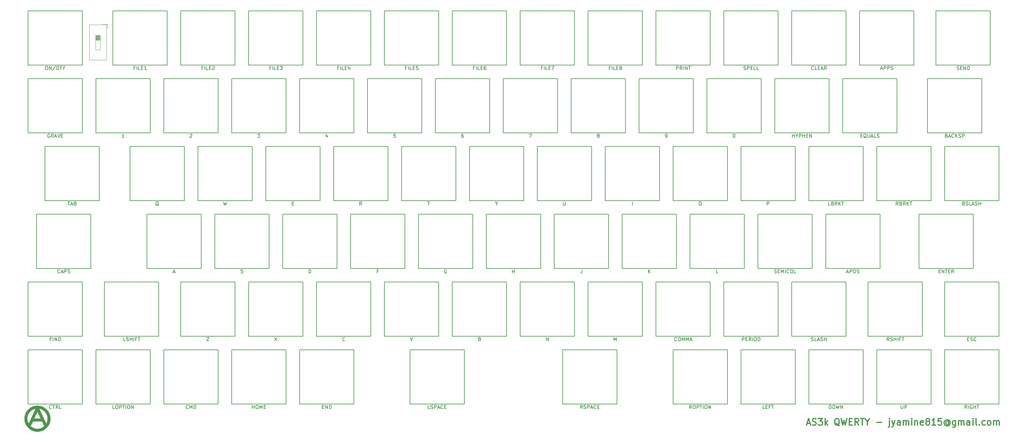
<source format=gbr>
G04 #@! TF.GenerationSoftware,KiCad,Pcbnew,(5.1.2)-1*
G04 #@! TF.CreationDate,2019-06-02T00:42:49-05:00*
G04 #@! TF.ProjectId,qwerty,71776572-7479-42e6-9b69-6361645f7063,C*
G04 #@! TF.SameCoordinates,Original*
G04 #@! TF.FileFunction,Legend,Top*
G04 #@! TF.FilePolarity,Positive*
%FSLAX46Y46*%
G04 Gerber Fmt 4.6, Leading zero omitted, Abs format (unit mm)*
G04 Created by KiCad (PCBNEW (5.1.2)-1) date 2019-06-02 00:42:49*
%MOMM*%
%LPD*%
G04 APERTURE LIST*
%ADD10C,0.300000*%
%ADD11C,0.010000*%
%ADD12C,0.150000*%
%ADD13C,0.120000*%
%ADD14C,4.187800*%
%ADD15C,3.248000*%
%ADD16C,2.100000*%
%ADD17C,2.700000*%
%ADD18C,2.232000*%
%ADD19C,1.901800*%
%ADD20C,1.724000*%
%ADD21C,1.700000*%
%ADD22O,1.800000X1.800000*%
%ADD23R,1.800000X1.800000*%
%ADD24C,3.200000*%
G04 APERTURE END LIST*
D10*
X297000000Y-196300000D02*
X297857142Y-196300000D01*
X296828571Y-196814285D02*
X297428571Y-195014285D01*
X298028571Y-196814285D01*
X298542857Y-196728571D02*
X298800000Y-196814285D01*
X299228571Y-196814285D01*
X299400000Y-196728571D01*
X299485714Y-196642857D01*
X299571428Y-196471428D01*
X299571428Y-196300000D01*
X299485714Y-196128571D01*
X299400000Y-196042857D01*
X299228571Y-195957142D01*
X298885714Y-195871428D01*
X298714285Y-195785714D01*
X298628571Y-195700000D01*
X298542857Y-195528571D01*
X298542857Y-195357142D01*
X298628571Y-195185714D01*
X298714285Y-195100000D01*
X298885714Y-195014285D01*
X299314285Y-195014285D01*
X299571428Y-195100000D01*
X300171428Y-195014285D02*
X301285714Y-195014285D01*
X300685714Y-195700000D01*
X300942857Y-195700000D01*
X301114285Y-195785714D01*
X301200000Y-195871428D01*
X301285714Y-196042857D01*
X301285714Y-196471428D01*
X301200000Y-196642857D01*
X301114285Y-196728571D01*
X300942857Y-196814285D01*
X300428571Y-196814285D01*
X300257142Y-196728571D01*
X300171428Y-196642857D01*
X302057142Y-196814285D02*
X302057142Y-195014285D01*
X302228571Y-196128571D02*
X302742857Y-196814285D01*
X302742857Y-195614285D02*
X302057142Y-196300000D01*
X306085714Y-196985714D02*
X305914285Y-196900000D01*
X305742857Y-196728571D01*
X305485714Y-196471428D01*
X305314285Y-196385714D01*
X305142857Y-196385714D01*
X305228571Y-196814285D02*
X305057142Y-196728571D01*
X304885714Y-196557142D01*
X304800000Y-196214285D01*
X304800000Y-195614285D01*
X304885714Y-195271428D01*
X305057142Y-195100000D01*
X305228571Y-195014285D01*
X305571428Y-195014285D01*
X305742857Y-195100000D01*
X305914285Y-195271428D01*
X306000000Y-195614285D01*
X306000000Y-196214285D01*
X305914285Y-196557142D01*
X305742857Y-196728571D01*
X305571428Y-196814285D01*
X305228571Y-196814285D01*
X306600000Y-195014285D02*
X307028571Y-196814285D01*
X307371428Y-195528571D01*
X307714285Y-196814285D01*
X308142857Y-195014285D01*
X308828571Y-195871428D02*
X309428571Y-195871428D01*
X309685714Y-196814285D02*
X308828571Y-196814285D01*
X308828571Y-195014285D01*
X309685714Y-195014285D01*
X311485714Y-196814285D02*
X310885714Y-195957142D01*
X310457142Y-196814285D02*
X310457142Y-195014285D01*
X311142857Y-195014285D01*
X311314285Y-195100000D01*
X311400000Y-195185714D01*
X311485714Y-195357142D01*
X311485714Y-195614285D01*
X311400000Y-195785714D01*
X311314285Y-195871428D01*
X311142857Y-195957142D01*
X310457142Y-195957142D01*
X312000000Y-195014285D02*
X313028571Y-195014285D01*
X312514285Y-196814285D02*
X312514285Y-195014285D01*
X313971428Y-195957142D02*
X313971428Y-196814285D01*
X313371428Y-195014285D02*
X313971428Y-195957142D01*
X314571428Y-195014285D01*
X316542857Y-196128571D02*
X317914285Y-196128571D01*
X320142857Y-195614285D02*
X320142857Y-197157142D01*
X320057142Y-197328571D01*
X319885714Y-197414285D01*
X319800000Y-197414285D01*
X320142857Y-195014285D02*
X320057142Y-195100000D01*
X320142857Y-195185714D01*
X320228571Y-195100000D01*
X320142857Y-195014285D01*
X320142857Y-195185714D01*
X320828571Y-195614285D02*
X321257142Y-196814285D01*
X321685714Y-195614285D02*
X321257142Y-196814285D01*
X321085714Y-197242857D01*
X321000000Y-197328571D01*
X320828571Y-197414285D01*
X323142857Y-196814285D02*
X323142857Y-195871428D01*
X323057142Y-195700000D01*
X322885714Y-195614285D01*
X322542857Y-195614285D01*
X322371428Y-195700000D01*
X323142857Y-196728571D02*
X322971428Y-196814285D01*
X322542857Y-196814285D01*
X322371428Y-196728571D01*
X322285714Y-196557142D01*
X322285714Y-196385714D01*
X322371428Y-196214285D01*
X322542857Y-196128571D01*
X322971428Y-196128571D01*
X323142857Y-196042857D01*
X324000000Y-196814285D02*
X324000000Y-195614285D01*
X324000000Y-195785714D02*
X324085714Y-195700000D01*
X324257142Y-195614285D01*
X324514285Y-195614285D01*
X324685714Y-195700000D01*
X324771428Y-195871428D01*
X324771428Y-196814285D01*
X324771428Y-195871428D02*
X324857142Y-195700000D01*
X325028571Y-195614285D01*
X325285714Y-195614285D01*
X325457142Y-195700000D01*
X325542857Y-195871428D01*
X325542857Y-196814285D01*
X326400000Y-196814285D02*
X326400000Y-195614285D01*
X326400000Y-195014285D02*
X326314285Y-195100000D01*
X326400000Y-195185714D01*
X326485714Y-195100000D01*
X326400000Y-195014285D01*
X326400000Y-195185714D01*
X327257142Y-195614285D02*
X327257142Y-196814285D01*
X327257142Y-195785714D02*
X327342857Y-195700000D01*
X327514285Y-195614285D01*
X327771428Y-195614285D01*
X327942857Y-195700000D01*
X328028571Y-195871428D01*
X328028571Y-196814285D01*
X329571428Y-196728571D02*
X329400000Y-196814285D01*
X329057142Y-196814285D01*
X328885714Y-196728571D01*
X328800000Y-196557142D01*
X328800000Y-195871428D01*
X328885714Y-195700000D01*
X329057142Y-195614285D01*
X329400000Y-195614285D01*
X329571428Y-195700000D01*
X329657142Y-195871428D01*
X329657142Y-196042857D01*
X328800000Y-196214285D01*
X330685714Y-195785714D02*
X330514285Y-195700000D01*
X330428571Y-195614285D01*
X330342857Y-195442857D01*
X330342857Y-195357142D01*
X330428571Y-195185714D01*
X330514285Y-195100000D01*
X330685714Y-195014285D01*
X331028571Y-195014285D01*
X331200000Y-195100000D01*
X331285714Y-195185714D01*
X331371428Y-195357142D01*
X331371428Y-195442857D01*
X331285714Y-195614285D01*
X331200000Y-195700000D01*
X331028571Y-195785714D01*
X330685714Y-195785714D01*
X330514285Y-195871428D01*
X330428571Y-195957142D01*
X330342857Y-196128571D01*
X330342857Y-196471428D01*
X330428571Y-196642857D01*
X330514285Y-196728571D01*
X330685714Y-196814285D01*
X331028571Y-196814285D01*
X331200000Y-196728571D01*
X331285714Y-196642857D01*
X331371428Y-196471428D01*
X331371428Y-196128571D01*
X331285714Y-195957142D01*
X331200000Y-195871428D01*
X331028571Y-195785714D01*
X333085714Y-196814285D02*
X332057142Y-196814285D01*
X332571428Y-196814285D02*
X332571428Y-195014285D01*
X332400000Y-195271428D01*
X332228571Y-195442857D01*
X332057142Y-195528571D01*
X334714285Y-195014285D02*
X333857142Y-195014285D01*
X333771428Y-195871428D01*
X333857142Y-195785714D01*
X334028571Y-195700000D01*
X334457142Y-195700000D01*
X334628571Y-195785714D01*
X334714285Y-195871428D01*
X334800000Y-196042857D01*
X334800000Y-196471428D01*
X334714285Y-196642857D01*
X334628571Y-196728571D01*
X334457142Y-196814285D01*
X334028571Y-196814285D01*
X333857142Y-196728571D01*
X333771428Y-196642857D01*
X336685714Y-195957142D02*
X336600000Y-195871428D01*
X336428571Y-195785714D01*
X336257142Y-195785714D01*
X336085714Y-195871428D01*
X336000000Y-195957142D01*
X335914285Y-196128571D01*
X335914285Y-196300000D01*
X336000000Y-196471428D01*
X336085714Y-196557142D01*
X336257142Y-196642857D01*
X336428571Y-196642857D01*
X336600000Y-196557142D01*
X336685714Y-196471428D01*
X336685714Y-195785714D02*
X336685714Y-196471428D01*
X336771428Y-196557142D01*
X336857142Y-196557142D01*
X337028571Y-196471428D01*
X337114285Y-196300000D01*
X337114285Y-195871428D01*
X336942857Y-195614285D01*
X336685714Y-195442857D01*
X336342857Y-195357142D01*
X336000000Y-195442857D01*
X335742857Y-195614285D01*
X335571428Y-195871428D01*
X335485714Y-196214285D01*
X335571428Y-196557142D01*
X335742857Y-196814285D01*
X336000000Y-196985714D01*
X336342857Y-197071428D01*
X336685714Y-196985714D01*
X336942857Y-196814285D01*
X338657142Y-195614285D02*
X338657142Y-197071428D01*
X338571428Y-197242857D01*
X338485714Y-197328571D01*
X338314285Y-197414285D01*
X338057142Y-197414285D01*
X337885714Y-197328571D01*
X338657142Y-196728571D02*
X338485714Y-196814285D01*
X338142857Y-196814285D01*
X337971428Y-196728571D01*
X337885714Y-196642857D01*
X337800000Y-196471428D01*
X337800000Y-195957142D01*
X337885714Y-195785714D01*
X337971428Y-195700000D01*
X338142857Y-195614285D01*
X338485714Y-195614285D01*
X338657142Y-195700000D01*
X339514285Y-196814285D02*
X339514285Y-195614285D01*
X339514285Y-195785714D02*
X339600000Y-195700000D01*
X339771428Y-195614285D01*
X340028571Y-195614285D01*
X340200000Y-195700000D01*
X340285714Y-195871428D01*
X340285714Y-196814285D01*
X340285714Y-195871428D02*
X340371428Y-195700000D01*
X340542857Y-195614285D01*
X340800000Y-195614285D01*
X340971428Y-195700000D01*
X341057142Y-195871428D01*
X341057142Y-196814285D01*
X342685714Y-196814285D02*
X342685714Y-195871428D01*
X342600000Y-195700000D01*
X342428571Y-195614285D01*
X342085714Y-195614285D01*
X341914285Y-195700000D01*
X342685714Y-196728571D02*
X342514285Y-196814285D01*
X342085714Y-196814285D01*
X341914285Y-196728571D01*
X341828571Y-196557142D01*
X341828571Y-196385714D01*
X341914285Y-196214285D01*
X342085714Y-196128571D01*
X342514285Y-196128571D01*
X342685714Y-196042857D01*
X343542857Y-196814285D02*
X343542857Y-195614285D01*
X343542857Y-195014285D02*
X343457142Y-195100000D01*
X343542857Y-195185714D01*
X343628571Y-195100000D01*
X343542857Y-195014285D01*
X343542857Y-195185714D01*
X344657142Y-196814285D02*
X344485714Y-196728571D01*
X344400000Y-196557142D01*
X344400000Y-195014285D01*
X345342857Y-196642857D02*
X345428571Y-196728571D01*
X345342857Y-196814285D01*
X345257142Y-196728571D01*
X345342857Y-196642857D01*
X345342857Y-196814285D01*
X346971428Y-196728571D02*
X346800000Y-196814285D01*
X346457142Y-196814285D01*
X346285714Y-196728571D01*
X346200000Y-196642857D01*
X346114285Y-196471428D01*
X346114285Y-195957142D01*
X346200000Y-195785714D01*
X346285714Y-195700000D01*
X346457142Y-195614285D01*
X346800000Y-195614285D01*
X346971428Y-195700000D01*
X348000000Y-196814285D02*
X347828571Y-196728571D01*
X347742857Y-196642857D01*
X347657142Y-196471428D01*
X347657142Y-195957142D01*
X347742857Y-195785714D01*
X347828571Y-195700000D01*
X348000000Y-195614285D01*
X348257142Y-195614285D01*
X348428571Y-195700000D01*
X348514285Y-195785714D01*
X348600000Y-195957142D01*
X348600000Y-196471428D01*
X348514285Y-196642857D01*
X348428571Y-196728571D01*
X348257142Y-196814285D01*
X348000000Y-196814285D01*
X349371428Y-196814285D02*
X349371428Y-195614285D01*
X349371428Y-195785714D02*
X349457142Y-195700000D01*
X349628571Y-195614285D01*
X349885714Y-195614285D01*
X350057142Y-195700000D01*
X350142857Y-195871428D01*
X350142857Y-196814285D01*
X350142857Y-195871428D02*
X350228571Y-195700000D01*
X350400000Y-195614285D01*
X350657142Y-195614285D01*
X350828571Y-195700000D01*
X350914285Y-195871428D01*
X350914285Y-196814285D01*
D11*
G36*
X81051342Y-191373500D02*
G01*
X81096463Y-191373738D01*
X81136397Y-191374192D01*
X81172181Y-191374909D01*
X81204849Y-191375938D01*
X81235436Y-191377325D01*
X81264978Y-191379118D01*
X81294509Y-191381363D01*
X81325064Y-191384110D01*
X81357679Y-191387404D01*
X81393388Y-191391293D01*
X81395514Y-191391531D01*
X81556607Y-191413197D01*
X81715896Y-191441858D01*
X81873205Y-191477434D01*
X82028356Y-191519849D01*
X82181174Y-191569023D01*
X82331483Y-191624880D01*
X82479104Y-191687340D01*
X82623863Y-191756326D01*
X82765582Y-191831760D01*
X82904084Y-191913563D01*
X83039195Y-192001659D01*
X83170736Y-192095967D01*
X83298532Y-192196411D01*
X83389140Y-192273375D01*
X83508475Y-192382818D01*
X83622430Y-192496963D01*
X83730895Y-192615599D01*
X83833757Y-192738515D01*
X83930908Y-192865500D01*
X84022236Y-192996344D01*
X84107630Y-193130835D01*
X84186980Y-193268764D01*
X84260175Y-193409918D01*
X84327104Y-193554088D01*
X84387657Y-193701062D01*
X84441723Y-193850630D01*
X84489191Y-194002580D01*
X84529950Y-194156704D01*
X84563890Y-194312788D01*
X84590901Y-194470623D01*
X84606739Y-194591736D01*
X84610994Y-194629959D01*
X84614605Y-194664315D01*
X84617622Y-194695862D01*
X84620098Y-194725663D01*
X84622084Y-194754777D01*
X84623631Y-194784265D01*
X84624792Y-194815187D01*
X84625617Y-194848604D01*
X84626159Y-194885577D01*
X84626469Y-194927164D01*
X84626599Y-194974428D01*
X84626613Y-195000000D01*
X84626552Y-195050434D01*
X84626337Y-195094673D01*
X84625915Y-195133776D01*
X84625235Y-195168804D01*
X84624245Y-195200817D01*
X84622894Y-195230876D01*
X84621130Y-195260041D01*
X84618901Y-195289372D01*
X84616156Y-195319931D01*
X84612842Y-195352777D01*
X84608910Y-195388970D01*
X84606739Y-195408263D01*
X84585000Y-195567881D01*
X84556198Y-195725981D01*
X84520408Y-195882377D01*
X84477701Y-196036880D01*
X84428149Y-196189304D01*
X84371826Y-196339460D01*
X84308803Y-196487160D01*
X84239154Y-196632217D01*
X84162951Y-196774443D01*
X84080267Y-196913650D01*
X83991173Y-197049651D01*
X83949659Y-197108848D01*
X83855029Y-197234912D01*
X83754339Y-197357315D01*
X83647983Y-197475692D01*
X83536355Y-197589681D01*
X83419849Y-197698919D01*
X83298861Y-197803043D01*
X83173784Y-197901689D01*
X83045012Y-197994495D01*
X82912941Y-198081097D01*
X82856014Y-198115872D01*
X82714073Y-198196540D01*
X82569538Y-198270438D01*
X82422500Y-198337538D01*
X82273052Y-198397812D01*
X82121287Y-198451232D01*
X81967297Y-198497769D01*
X81811175Y-198537395D01*
X81653014Y-198570081D01*
X81492905Y-198595800D01*
X81330942Y-198614522D01*
X81192314Y-198624890D01*
X81170467Y-198625837D01*
X81142575Y-198626604D01*
X81109848Y-198627192D01*
X81073499Y-198627601D01*
X81034736Y-198627833D01*
X80994770Y-198627888D01*
X80954813Y-198627767D01*
X80916073Y-198627471D01*
X80879762Y-198627001D01*
X80847090Y-198626357D01*
X80819267Y-198625541D01*
X80798614Y-198624617D01*
X80637566Y-198611881D01*
X80477728Y-198592032D01*
X80319308Y-198565149D01*
X80162513Y-198531306D01*
X80007551Y-198490579D01*
X79854631Y-198443046D01*
X79703960Y-198388781D01*
X79555746Y-198327861D01*
X79410198Y-198260363D01*
X79267522Y-198186362D01*
X79127927Y-198105934D01*
X78991621Y-198019155D01*
X78858812Y-197926102D01*
X78828300Y-197903458D01*
X78700735Y-197803249D01*
X78577994Y-197697686D01*
X78460230Y-197586969D01*
X78347594Y-197471298D01*
X78240241Y-197350874D01*
X78138321Y-197225897D01*
X78052112Y-197110157D01*
X79076857Y-197110157D01*
X79079609Y-197114218D01*
X79087423Y-197122187D01*
X79099641Y-197133508D01*
X79115600Y-197147629D01*
X79134641Y-197163994D01*
X79156103Y-197182048D01*
X79179326Y-197201239D01*
X79203649Y-197221011D01*
X79228412Y-197240809D01*
X79252954Y-197260080D01*
X79276615Y-197278270D01*
X79282071Y-197282399D01*
X79395712Y-197363638D01*
X79513503Y-197439145D01*
X79635062Y-197508775D01*
X79760006Y-197572387D01*
X79887952Y-197629836D01*
X80018516Y-197680981D01*
X80151316Y-197725678D01*
X80285969Y-197763784D01*
X80422092Y-197795156D01*
X80559301Y-197819650D01*
X80697214Y-197837125D01*
X80787729Y-197844696D01*
X80808937Y-197846123D01*
X80828892Y-197847496D01*
X80845886Y-197848694D01*
X80858209Y-197849599D01*
X80862114Y-197849906D01*
X80874368Y-197850509D01*
X80892874Y-197850878D01*
X80916631Y-197851030D01*
X80944638Y-197850981D01*
X80975896Y-197850751D01*
X81009403Y-197850355D01*
X81044159Y-197849812D01*
X81079162Y-197849139D01*
X81113413Y-197848353D01*
X81145910Y-197847471D01*
X81175653Y-197846512D01*
X81201641Y-197845492D01*
X81222873Y-197844429D01*
X81238087Y-197843364D01*
X81384999Y-197826917D01*
X81529244Y-197803761D01*
X81670758Y-197773922D01*
X81809478Y-197737425D01*
X81945341Y-197694295D01*
X82078283Y-197644557D01*
X82208240Y-197588236D01*
X82335149Y-197525359D01*
X82458947Y-197455949D01*
X82579569Y-197380033D01*
X82696953Y-197297635D01*
X82785257Y-197229654D01*
X82815046Y-197205584D01*
X82842066Y-197183307D01*
X82865872Y-197163217D01*
X82886016Y-197145708D01*
X82902051Y-197131171D01*
X82913531Y-197120002D01*
X82920009Y-197112593D01*
X82921329Y-197109895D01*
X82919818Y-197106154D01*
X82915381Y-197096143D01*
X82908159Y-197080171D01*
X82898295Y-197058543D01*
X82885930Y-197031567D01*
X82871207Y-196999549D01*
X82854267Y-196962798D01*
X82835252Y-196921619D01*
X82814305Y-196876321D01*
X82791567Y-196827209D01*
X82767180Y-196774592D01*
X82741287Y-196718776D01*
X82714029Y-196660068D01*
X82685548Y-196598776D01*
X82655986Y-196535206D01*
X82625485Y-196469665D01*
X82600200Y-196415367D01*
X82279071Y-195725971D01*
X80999950Y-195725843D01*
X79720828Y-195725714D01*
X79398842Y-196416191D01*
X79367637Y-196483127D01*
X79337255Y-196548327D01*
X79307839Y-196611485D01*
X79279531Y-196672297D01*
X79252473Y-196730455D01*
X79226806Y-196785655D01*
X79202673Y-196837591D01*
X79180216Y-196885956D01*
X79159575Y-196930445D01*
X79140894Y-196970752D01*
X79124314Y-197006571D01*
X79109977Y-197037596D01*
X79098025Y-197063523D01*
X79088600Y-197084044D01*
X79081843Y-197098854D01*
X79077896Y-197107647D01*
X79076857Y-197110157D01*
X78052112Y-197110157D01*
X78041988Y-197096566D01*
X77951395Y-196963081D01*
X77866693Y-196825644D01*
X77788036Y-196684453D01*
X77715576Y-196539708D01*
X77649466Y-196391611D01*
X77619873Y-196318986D01*
X77565562Y-196171777D01*
X77517602Y-196021338D01*
X77476115Y-195868163D01*
X77441224Y-195712746D01*
X77413050Y-195555579D01*
X77391716Y-195397156D01*
X77391531Y-195395514D01*
X77387564Y-195359163D01*
X77384206Y-195325965D01*
X77381410Y-195294863D01*
X77379126Y-195264797D01*
X77377304Y-195234709D01*
X77375896Y-195203541D01*
X77374853Y-195170233D01*
X77374125Y-195133728D01*
X77373663Y-195092968D01*
X77373419Y-195046892D01*
X77373346Y-195003629D01*
X77373350Y-194994557D01*
X78149959Y-194994557D01*
X78149978Y-195040629D01*
X78150193Y-195080638D01*
X78150658Y-195115774D01*
X78151426Y-195147232D01*
X78152553Y-195176201D01*
X78154091Y-195203875D01*
X78156094Y-195231446D01*
X78158617Y-195260105D01*
X78161714Y-195291045D01*
X78164558Y-195317500D01*
X78183891Y-195460607D01*
X78210221Y-195601960D01*
X78243488Y-195741373D01*
X78283635Y-195878658D01*
X78330601Y-196013629D01*
X78384328Y-196146099D01*
X78444757Y-196275880D01*
X78500977Y-196383271D01*
X78510756Y-196400794D01*
X78519331Y-196415730D01*
X78526103Y-196427072D01*
X78530476Y-196433813D01*
X78531830Y-196435236D01*
X78533430Y-196431896D01*
X78538017Y-196422153D01*
X78545508Y-196406179D01*
X78555823Y-196384148D01*
X78568881Y-196356234D01*
X78584602Y-196322611D01*
X78602903Y-196283451D01*
X78623705Y-196238928D01*
X78646926Y-196189215D01*
X78672486Y-196134487D01*
X78700302Y-196074916D01*
X78730295Y-196010677D01*
X78762383Y-195941942D01*
X78796486Y-195868885D01*
X78832522Y-195791679D01*
X78870410Y-195710499D01*
X78910070Y-195625517D01*
X78951420Y-195536906D01*
X78994380Y-195444842D01*
X79038868Y-195349496D01*
X79084804Y-195251042D01*
X79132106Y-195149655D01*
X79180694Y-195045507D01*
X79225621Y-194949200D01*
X80082879Y-194949200D01*
X80998639Y-194949200D01*
X81079643Y-194949193D01*
X81158728Y-194949171D01*
X81235588Y-194949135D01*
X81309919Y-194949087D01*
X81381414Y-194949026D01*
X81449767Y-194948953D01*
X81514672Y-194948869D01*
X81575825Y-194948774D01*
X81632918Y-194948669D01*
X81685646Y-194948555D01*
X81733704Y-194948433D01*
X81776785Y-194948302D01*
X81814584Y-194948164D01*
X81846795Y-194948019D01*
X81873112Y-194947868D01*
X81893230Y-194947712D01*
X81906842Y-194947550D01*
X81913643Y-194947384D01*
X81914400Y-194947307D01*
X81912888Y-194943845D01*
X81908449Y-194934119D01*
X81901228Y-194918442D01*
X81891372Y-194897127D01*
X81879025Y-194870484D01*
X81864333Y-194838825D01*
X81847441Y-194802463D01*
X81828495Y-194761708D01*
X81807641Y-194716874D01*
X81785023Y-194668271D01*
X81760788Y-194616212D01*
X81735080Y-194561008D01*
X81708046Y-194502971D01*
X81679830Y-194442414D01*
X81650579Y-194379647D01*
X81620438Y-194314982D01*
X81589551Y-194248732D01*
X81558066Y-194181209D01*
X81526127Y-194112723D01*
X81493879Y-194043588D01*
X81461468Y-193974114D01*
X81429040Y-193904613D01*
X81396740Y-193835398D01*
X81364714Y-193766780D01*
X81333107Y-193699071D01*
X81302064Y-193632583D01*
X81271732Y-193567628D01*
X81242254Y-193504516D01*
X81213778Y-193443562D01*
X81186448Y-193385075D01*
X81160411Y-193329368D01*
X81135810Y-193276753D01*
X81112793Y-193227541D01*
X81091504Y-193182045D01*
X81072089Y-193140575D01*
X81054693Y-193103445D01*
X81039462Y-193070966D01*
X81026541Y-193043449D01*
X81016076Y-193021206D01*
X81008212Y-193004550D01*
X81003095Y-192993792D01*
X81000871Y-192989244D01*
X81000790Y-192989110D01*
X80999063Y-192992142D01*
X80994394Y-193001499D01*
X80986900Y-193016927D01*
X80976703Y-193038173D01*
X80963921Y-193064981D01*
X80948675Y-193097098D01*
X80931082Y-193134270D01*
X80911264Y-193176243D01*
X80889339Y-193222762D01*
X80865427Y-193273574D01*
X80839648Y-193328424D01*
X80812120Y-193387059D01*
X80782964Y-193449224D01*
X80752298Y-193514665D01*
X80720243Y-193583128D01*
X80686918Y-193654359D01*
X80652442Y-193728104D01*
X80616935Y-193804109D01*
X80580516Y-193882119D01*
X80543306Y-193961882D01*
X80540524Y-193967845D01*
X80082879Y-194949200D01*
X79225621Y-194949200D01*
X79230487Y-194938771D01*
X79281404Y-194829622D01*
X79333363Y-194718233D01*
X79386284Y-194604776D01*
X79440085Y-194489427D01*
X79494687Y-194372358D01*
X79522960Y-194311737D01*
X79577933Y-194193861D01*
X79632141Y-194077618D01*
X79685504Y-193963179D01*
X79737941Y-193850719D01*
X79789370Y-193740412D01*
X79839711Y-193632430D01*
X79888884Y-193526947D01*
X79936807Y-193424136D01*
X79983400Y-193324171D01*
X80028582Y-193227225D01*
X80072272Y-193133472D01*
X80114389Y-193043085D01*
X80154853Y-192956237D01*
X80193583Y-192873103D01*
X80230498Y-192793854D01*
X80265518Y-192718665D01*
X80298560Y-192647710D01*
X80329546Y-192581160D01*
X80358393Y-192519191D01*
X80385022Y-192461975D01*
X80409351Y-192409686D01*
X80431300Y-192362497D01*
X80450788Y-192320581D01*
X80467733Y-192284113D01*
X80482057Y-192253265D01*
X80493676Y-192228210D01*
X80502512Y-192209123D01*
X80508482Y-192196177D01*
X80511507Y-192189545D01*
X80511877Y-192188677D01*
X81487828Y-192188677D01*
X81489289Y-192191995D01*
X81493737Y-192201716D01*
X81501092Y-192217666D01*
X81511270Y-192239670D01*
X81524193Y-192267554D01*
X81539778Y-192301144D01*
X81557944Y-192340266D01*
X81578611Y-192384745D01*
X81601697Y-192434409D01*
X81627121Y-192489082D01*
X81654803Y-192548590D01*
X81684660Y-192612759D01*
X81716613Y-192681416D01*
X81750579Y-192754386D01*
X81786478Y-192831494D01*
X81824229Y-192912567D01*
X81863751Y-192997430D01*
X81904962Y-193085910D01*
X81947782Y-193177832D01*
X81992130Y-193273022D01*
X82037923Y-193371306D01*
X82085082Y-193472510D01*
X82133525Y-193576459D01*
X82183172Y-193682980D01*
X82233940Y-193791899D01*
X82285749Y-193903040D01*
X82338518Y-194016231D01*
X82392167Y-194131297D01*
X82446612Y-194248063D01*
X82468159Y-194294271D01*
X82522966Y-194411803D01*
X82577036Y-194527756D01*
X82630287Y-194641953D01*
X82682637Y-194754218D01*
X82734003Y-194864375D01*
X82784303Y-194972248D01*
X82833456Y-195077661D01*
X82881379Y-195180437D01*
X82927990Y-195280400D01*
X82973206Y-195377373D01*
X83016947Y-195471182D01*
X83059128Y-195561649D01*
X83099669Y-195648598D01*
X83138488Y-195731853D01*
X83175501Y-195811238D01*
X83210627Y-195886577D01*
X83243784Y-195957693D01*
X83274889Y-196024411D01*
X83303861Y-196086553D01*
X83330616Y-196143944D01*
X83355074Y-196196408D01*
X83377152Y-196243768D01*
X83396768Y-196285849D01*
X83413839Y-196322473D01*
X83428284Y-196353465D01*
X83440019Y-196378649D01*
X83448964Y-196397848D01*
X83455036Y-196410886D01*
X83458153Y-196417587D01*
X83458537Y-196418417D01*
X83463487Y-196428542D01*
X83467271Y-196435070D01*
X83468862Y-196436560D01*
X83471014Y-196433035D01*
X83476028Y-196424334D01*
X83483241Y-196411622D01*
X83491989Y-196396066D01*
X83495739Y-196389362D01*
X83560200Y-196266586D01*
X83618602Y-196140028D01*
X83670817Y-196010084D01*
X83716718Y-195877151D01*
X83756179Y-195741627D01*
X83789073Y-195603909D01*
X83815272Y-195464393D01*
X83833677Y-195332014D01*
X83837811Y-195294994D01*
X83841221Y-195261239D01*
X83843972Y-195229459D01*
X83846129Y-195198364D01*
X83847755Y-195166667D01*
X83848914Y-195133077D01*
X83849672Y-195096304D01*
X83850093Y-195055060D01*
X83850240Y-195008055D01*
X83850243Y-195000000D01*
X83850133Y-194951965D01*
X83849760Y-194909895D01*
X83849060Y-194872500D01*
X83847968Y-194838492D01*
X83846420Y-194806581D01*
X83844352Y-194775477D01*
X83841699Y-194743891D01*
X83838397Y-194710534D01*
X83834382Y-194674117D01*
X83833677Y-194667986D01*
X83813547Y-194524868D01*
X83786502Y-194383698D01*
X83752619Y-194244671D01*
X83711976Y-194107983D01*
X83664650Y-193973828D01*
X83610720Y-193842404D01*
X83550264Y-193713904D01*
X83483359Y-193588525D01*
X83410083Y-193466461D01*
X83330513Y-193347909D01*
X83281239Y-193280475D01*
X83198159Y-193175679D01*
X83108992Y-193073550D01*
X83014722Y-192975107D01*
X82916329Y-192881367D01*
X82814796Y-192793351D01*
X82800637Y-192781747D01*
X82692001Y-192697878D01*
X82578569Y-192619075D01*
X82460881Y-192545604D01*
X82339476Y-192477730D01*
X82214895Y-192415719D01*
X82087679Y-192359835D01*
X81958367Y-192310344D01*
X81827499Y-192267512D01*
X81695616Y-192231602D01*
X81665712Y-192224470D01*
X81643662Y-192219455D01*
X81619799Y-192214211D01*
X81595161Y-192208945D01*
X81570787Y-192203867D01*
X81547717Y-192199187D01*
X81526988Y-192195113D01*
X81509640Y-192191854D01*
X81496713Y-192189619D01*
X81489243Y-192188617D01*
X81487828Y-192188677D01*
X80511877Y-192188677D01*
X80511889Y-192188649D01*
X80508116Y-192188856D01*
X80498299Y-192190410D01*
X80483480Y-192193101D01*
X80464704Y-192196719D01*
X80443013Y-192201052D01*
X80419450Y-192205891D01*
X80395061Y-192211025D01*
X80370886Y-192216244D01*
X80347971Y-192221337D01*
X80334288Y-192224470D01*
X80202208Y-192258774D01*
X80070843Y-192300104D01*
X79940750Y-192348230D01*
X79812485Y-192402921D01*
X79686606Y-192463948D01*
X79563670Y-192531081D01*
X79501400Y-192568139D01*
X79384833Y-192643713D01*
X79271544Y-192725563D01*
X79161974Y-192813286D01*
X79056565Y-192906477D01*
X78955761Y-193004731D01*
X78860004Y-193107645D01*
X78769737Y-193214813D01*
X78712300Y-193289129D01*
X78629244Y-193406509D01*
X78552484Y-193527434D01*
X78482103Y-193651696D01*
X78418184Y-193779088D01*
X78360812Y-193909402D01*
X78310069Y-194042431D01*
X78266040Y-194177968D01*
X78228807Y-194315804D01*
X78198455Y-194455734D01*
X78175067Y-194597548D01*
X78170058Y-194635329D01*
X78165303Y-194674221D01*
X78161345Y-194709465D01*
X78158113Y-194742312D01*
X78155537Y-194774014D01*
X78153548Y-194805825D01*
X78152076Y-194838997D01*
X78151050Y-194874782D01*
X78150400Y-194914433D01*
X78150056Y-194959202D01*
X78149959Y-194994557D01*
X77373350Y-194994557D01*
X77373368Y-194955416D01*
X77373518Y-194913427D01*
X77373836Y-194876627D01*
X77374365Y-194843983D01*
X77375147Y-194814461D01*
X77376223Y-194787028D01*
X77377635Y-194760649D01*
X77379426Y-194734292D01*
X77381635Y-194706922D01*
X77384307Y-194677507D01*
X77387482Y-194645012D01*
X77388090Y-194638957D01*
X77407834Y-194478872D01*
X77434624Y-194320314D01*
X77468371Y-194163486D01*
X77508985Y-194008594D01*
X77556376Y-193855844D01*
X77610454Y-193705440D01*
X77671130Y-193557588D01*
X77738313Y-193412493D01*
X77811914Y-193270360D01*
X77891844Y-193131394D01*
X77978012Y-192995801D01*
X78070329Y-192863785D01*
X78168706Y-192735552D01*
X78273051Y-192611307D01*
X78276877Y-192606957D01*
X78386909Y-192487458D01*
X78501684Y-192373301D01*
X78620996Y-192264611D01*
X78744639Y-192161516D01*
X78872408Y-192064140D01*
X79004097Y-191972610D01*
X79139500Y-191887052D01*
X79278413Y-191807592D01*
X79420629Y-191734355D01*
X79565944Y-191667469D01*
X79714151Y-191607058D01*
X79865045Y-191553248D01*
X80018421Y-191506167D01*
X80114629Y-191480420D01*
X80216365Y-191456147D01*
X80316808Y-191435177D01*
X80417649Y-191417231D01*
X80520579Y-191402032D01*
X80627290Y-191389303D01*
X80727857Y-191379737D01*
X80747306Y-191378222D01*
X80767377Y-191376955D01*
X80788887Y-191375916D01*
X80812653Y-191375088D01*
X80839492Y-191374451D01*
X80870222Y-191373985D01*
X80905660Y-191373673D01*
X80946623Y-191373495D01*
X80993928Y-191373432D01*
X81000000Y-191373432D01*
X81051342Y-191373500D01*
X81051342Y-191373500D01*
G37*
X81051342Y-191373500D02*
X81096463Y-191373738D01*
X81136397Y-191374192D01*
X81172181Y-191374909D01*
X81204849Y-191375938D01*
X81235436Y-191377325D01*
X81264978Y-191379118D01*
X81294509Y-191381363D01*
X81325064Y-191384110D01*
X81357679Y-191387404D01*
X81393388Y-191391293D01*
X81395514Y-191391531D01*
X81556607Y-191413197D01*
X81715896Y-191441858D01*
X81873205Y-191477434D01*
X82028356Y-191519849D01*
X82181174Y-191569023D01*
X82331483Y-191624880D01*
X82479104Y-191687340D01*
X82623863Y-191756326D01*
X82765582Y-191831760D01*
X82904084Y-191913563D01*
X83039195Y-192001659D01*
X83170736Y-192095967D01*
X83298532Y-192196411D01*
X83389140Y-192273375D01*
X83508475Y-192382818D01*
X83622430Y-192496963D01*
X83730895Y-192615599D01*
X83833757Y-192738515D01*
X83930908Y-192865500D01*
X84022236Y-192996344D01*
X84107630Y-193130835D01*
X84186980Y-193268764D01*
X84260175Y-193409918D01*
X84327104Y-193554088D01*
X84387657Y-193701062D01*
X84441723Y-193850630D01*
X84489191Y-194002580D01*
X84529950Y-194156704D01*
X84563890Y-194312788D01*
X84590901Y-194470623D01*
X84606739Y-194591736D01*
X84610994Y-194629959D01*
X84614605Y-194664315D01*
X84617622Y-194695862D01*
X84620098Y-194725663D01*
X84622084Y-194754777D01*
X84623631Y-194784265D01*
X84624792Y-194815187D01*
X84625617Y-194848604D01*
X84626159Y-194885577D01*
X84626469Y-194927164D01*
X84626599Y-194974428D01*
X84626613Y-195000000D01*
X84626552Y-195050434D01*
X84626337Y-195094673D01*
X84625915Y-195133776D01*
X84625235Y-195168804D01*
X84624245Y-195200817D01*
X84622894Y-195230876D01*
X84621130Y-195260041D01*
X84618901Y-195289372D01*
X84616156Y-195319931D01*
X84612842Y-195352777D01*
X84608910Y-195388970D01*
X84606739Y-195408263D01*
X84585000Y-195567881D01*
X84556198Y-195725981D01*
X84520408Y-195882377D01*
X84477701Y-196036880D01*
X84428149Y-196189304D01*
X84371826Y-196339460D01*
X84308803Y-196487160D01*
X84239154Y-196632217D01*
X84162951Y-196774443D01*
X84080267Y-196913650D01*
X83991173Y-197049651D01*
X83949659Y-197108848D01*
X83855029Y-197234912D01*
X83754339Y-197357315D01*
X83647983Y-197475692D01*
X83536355Y-197589681D01*
X83419849Y-197698919D01*
X83298861Y-197803043D01*
X83173784Y-197901689D01*
X83045012Y-197994495D01*
X82912941Y-198081097D01*
X82856014Y-198115872D01*
X82714073Y-198196540D01*
X82569538Y-198270438D01*
X82422500Y-198337538D01*
X82273052Y-198397812D01*
X82121287Y-198451232D01*
X81967297Y-198497769D01*
X81811175Y-198537395D01*
X81653014Y-198570081D01*
X81492905Y-198595800D01*
X81330942Y-198614522D01*
X81192314Y-198624890D01*
X81170467Y-198625837D01*
X81142575Y-198626604D01*
X81109848Y-198627192D01*
X81073499Y-198627601D01*
X81034736Y-198627833D01*
X80994770Y-198627888D01*
X80954813Y-198627767D01*
X80916073Y-198627471D01*
X80879762Y-198627001D01*
X80847090Y-198626357D01*
X80819267Y-198625541D01*
X80798614Y-198624617D01*
X80637566Y-198611881D01*
X80477728Y-198592032D01*
X80319308Y-198565149D01*
X80162513Y-198531306D01*
X80007551Y-198490579D01*
X79854631Y-198443046D01*
X79703960Y-198388781D01*
X79555746Y-198327861D01*
X79410198Y-198260363D01*
X79267522Y-198186362D01*
X79127927Y-198105934D01*
X78991621Y-198019155D01*
X78858812Y-197926102D01*
X78828300Y-197903458D01*
X78700735Y-197803249D01*
X78577994Y-197697686D01*
X78460230Y-197586969D01*
X78347594Y-197471298D01*
X78240241Y-197350874D01*
X78138321Y-197225897D01*
X78052112Y-197110157D01*
X79076857Y-197110157D01*
X79079609Y-197114218D01*
X79087423Y-197122187D01*
X79099641Y-197133508D01*
X79115600Y-197147629D01*
X79134641Y-197163994D01*
X79156103Y-197182048D01*
X79179326Y-197201239D01*
X79203649Y-197221011D01*
X79228412Y-197240809D01*
X79252954Y-197260080D01*
X79276615Y-197278270D01*
X79282071Y-197282399D01*
X79395712Y-197363638D01*
X79513503Y-197439145D01*
X79635062Y-197508775D01*
X79760006Y-197572387D01*
X79887952Y-197629836D01*
X80018516Y-197680981D01*
X80151316Y-197725678D01*
X80285969Y-197763784D01*
X80422092Y-197795156D01*
X80559301Y-197819650D01*
X80697214Y-197837125D01*
X80787729Y-197844696D01*
X80808937Y-197846123D01*
X80828892Y-197847496D01*
X80845886Y-197848694D01*
X80858209Y-197849599D01*
X80862114Y-197849906D01*
X80874368Y-197850509D01*
X80892874Y-197850878D01*
X80916631Y-197851030D01*
X80944638Y-197850981D01*
X80975896Y-197850751D01*
X81009403Y-197850355D01*
X81044159Y-197849812D01*
X81079162Y-197849139D01*
X81113413Y-197848353D01*
X81145910Y-197847471D01*
X81175653Y-197846512D01*
X81201641Y-197845492D01*
X81222873Y-197844429D01*
X81238087Y-197843364D01*
X81384999Y-197826917D01*
X81529244Y-197803761D01*
X81670758Y-197773922D01*
X81809478Y-197737425D01*
X81945341Y-197694295D01*
X82078283Y-197644557D01*
X82208240Y-197588236D01*
X82335149Y-197525359D01*
X82458947Y-197455949D01*
X82579569Y-197380033D01*
X82696953Y-197297635D01*
X82785257Y-197229654D01*
X82815046Y-197205584D01*
X82842066Y-197183307D01*
X82865872Y-197163217D01*
X82886016Y-197145708D01*
X82902051Y-197131171D01*
X82913531Y-197120002D01*
X82920009Y-197112593D01*
X82921329Y-197109895D01*
X82919818Y-197106154D01*
X82915381Y-197096143D01*
X82908159Y-197080171D01*
X82898295Y-197058543D01*
X82885930Y-197031567D01*
X82871207Y-196999549D01*
X82854267Y-196962798D01*
X82835252Y-196921619D01*
X82814305Y-196876321D01*
X82791567Y-196827209D01*
X82767180Y-196774592D01*
X82741287Y-196718776D01*
X82714029Y-196660068D01*
X82685548Y-196598776D01*
X82655986Y-196535206D01*
X82625485Y-196469665D01*
X82600200Y-196415367D01*
X82279071Y-195725971D01*
X80999950Y-195725843D01*
X79720828Y-195725714D01*
X79398842Y-196416191D01*
X79367637Y-196483127D01*
X79337255Y-196548327D01*
X79307839Y-196611485D01*
X79279531Y-196672297D01*
X79252473Y-196730455D01*
X79226806Y-196785655D01*
X79202673Y-196837591D01*
X79180216Y-196885956D01*
X79159575Y-196930445D01*
X79140894Y-196970752D01*
X79124314Y-197006571D01*
X79109977Y-197037596D01*
X79098025Y-197063523D01*
X79088600Y-197084044D01*
X79081843Y-197098854D01*
X79077896Y-197107647D01*
X79076857Y-197110157D01*
X78052112Y-197110157D01*
X78041988Y-197096566D01*
X77951395Y-196963081D01*
X77866693Y-196825644D01*
X77788036Y-196684453D01*
X77715576Y-196539708D01*
X77649466Y-196391611D01*
X77619873Y-196318986D01*
X77565562Y-196171777D01*
X77517602Y-196021338D01*
X77476115Y-195868163D01*
X77441224Y-195712746D01*
X77413050Y-195555579D01*
X77391716Y-195397156D01*
X77391531Y-195395514D01*
X77387564Y-195359163D01*
X77384206Y-195325965D01*
X77381410Y-195294863D01*
X77379126Y-195264797D01*
X77377304Y-195234709D01*
X77375896Y-195203541D01*
X77374853Y-195170233D01*
X77374125Y-195133728D01*
X77373663Y-195092968D01*
X77373419Y-195046892D01*
X77373346Y-195003629D01*
X77373350Y-194994557D01*
X78149959Y-194994557D01*
X78149978Y-195040629D01*
X78150193Y-195080638D01*
X78150658Y-195115774D01*
X78151426Y-195147232D01*
X78152553Y-195176201D01*
X78154091Y-195203875D01*
X78156094Y-195231446D01*
X78158617Y-195260105D01*
X78161714Y-195291045D01*
X78164558Y-195317500D01*
X78183891Y-195460607D01*
X78210221Y-195601960D01*
X78243488Y-195741373D01*
X78283635Y-195878658D01*
X78330601Y-196013629D01*
X78384328Y-196146099D01*
X78444757Y-196275880D01*
X78500977Y-196383271D01*
X78510756Y-196400794D01*
X78519331Y-196415730D01*
X78526103Y-196427072D01*
X78530476Y-196433813D01*
X78531830Y-196435236D01*
X78533430Y-196431896D01*
X78538017Y-196422153D01*
X78545508Y-196406179D01*
X78555823Y-196384148D01*
X78568881Y-196356234D01*
X78584602Y-196322611D01*
X78602903Y-196283451D01*
X78623705Y-196238928D01*
X78646926Y-196189215D01*
X78672486Y-196134487D01*
X78700302Y-196074916D01*
X78730295Y-196010677D01*
X78762383Y-195941942D01*
X78796486Y-195868885D01*
X78832522Y-195791679D01*
X78870410Y-195710499D01*
X78910070Y-195625517D01*
X78951420Y-195536906D01*
X78994380Y-195444842D01*
X79038868Y-195349496D01*
X79084804Y-195251042D01*
X79132106Y-195149655D01*
X79180694Y-195045507D01*
X79225621Y-194949200D01*
X80082879Y-194949200D01*
X80998639Y-194949200D01*
X81079643Y-194949193D01*
X81158728Y-194949171D01*
X81235588Y-194949135D01*
X81309919Y-194949087D01*
X81381414Y-194949026D01*
X81449767Y-194948953D01*
X81514672Y-194948869D01*
X81575825Y-194948774D01*
X81632918Y-194948669D01*
X81685646Y-194948555D01*
X81733704Y-194948433D01*
X81776785Y-194948302D01*
X81814584Y-194948164D01*
X81846795Y-194948019D01*
X81873112Y-194947868D01*
X81893230Y-194947712D01*
X81906842Y-194947550D01*
X81913643Y-194947384D01*
X81914400Y-194947307D01*
X81912888Y-194943845D01*
X81908449Y-194934119D01*
X81901228Y-194918442D01*
X81891372Y-194897127D01*
X81879025Y-194870484D01*
X81864333Y-194838825D01*
X81847441Y-194802463D01*
X81828495Y-194761708D01*
X81807641Y-194716874D01*
X81785023Y-194668271D01*
X81760788Y-194616212D01*
X81735080Y-194561008D01*
X81708046Y-194502971D01*
X81679830Y-194442414D01*
X81650579Y-194379647D01*
X81620438Y-194314982D01*
X81589551Y-194248732D01*
X81558066Y-194181209D01*
X81526127Y-194112723D01*
X81493879Y-194043588D01*
X81461468Y-193974114D01*
X81429040Y-193904613D01*
X81396740Y-193835398D01*
X81364714Y-193766780D01*
X81333107Y-193699071D01*
X81302064Y-193632583D01*
X81271732Y-193567628D01*
X81242254Y-193504516D01*
X81213778Y-193443562D01*
X81186448Y-193385075D01*
X81160411Y-193329368D01*
X81135810Y-193276753D01*
X81112793Y-193227541D01*
X81091504Y-193182045D01*
X81072089Y-193140575D01*
X81054693Y-193103445D01*
X81039462Y-193070966D01*
X81026541Y-193043449D01*
X81016076Y-193021206D01*
X81008212Y-193004550D01*
X81003095Y-192993792D01*
X81000871Y-192989244D01*
X81000790Y-192989110D01*
X80999063Y-192992142D01*
X80994394Y-193001499D01*
X80986900Y-193016927D01*
X80976703Y-193038173D01*
X80963921Y-193064981D01*
X80948675Y-193097098D01*
X80931082Y-193134270D01*
X80911264Y-193176243D01*
X80889339Y-193222762D01*
X80865427Y-193273574D01*
X80839648Y-193328424D01*
X80812120Y-193387059D01*
X80782964Y-193449224D01*
X80752298Y-193514665D01*
X80720243Y-193583128D01*
X80686918Y-193654359D01*
X80652442Y-193728104D01*
X80616935Y-193804109D01*
X80580516Y-193882119D01*
X80543306Y-193961882D01*
X80540524Y-193967845D01*
X80082879Y-194949200D01*
X79225621Y-194949200D01*
X79230487Y-194938771D01*
X79281404Y-194829622D01*
X79333363Y-194718233D01*
X79386284Y-194604776D01*
X79440085Y-194489427D01*
X79494687Y-194372358D01*
X79522960Y-194311737D01*
X79577933Y-194193861D01*
X79632141Y-194077618D01*
X79685504Y-193963179D01*
X79737941Y-193850719D01*
X79789370Y-193740412D01*
X79839711Y-193632430D01*
X79888884Y-193526947D01*
X79936807Y-193424136D01*
X79983400Y-193324171D01*
X80028582Y-193227225D01*
X80072272Y-193133472D01*
X80114389Y-193043085D01*
X80154853Y-192956237D01*
X80193583Y-192873103D01*
X80230498Y-192793854D01*
X80265518Y-192718665D01*
X80298560Y-192647710D01*
X80329546Y-192581160D01*
X80358393Y-192519191D01*
X80385022Y-192461975D01*
X80409351Y-192409686D01*
X80431300Y-192362497D01*
X80450788Y-192320581D01*
X80467733Y-192284113D01*
X80482057Y-192253265D01*
X80493676Y-192228210D01*
X80502512Y-192209123D01*
X80508482Y-192196177D01*
X80511507Y-192189545D01*
X80511877Y-192188677D01*
X81487828Y-192188677D01*
X81489289Y-192191995D01*
X81493737Y-192201716D01*
X81501092Y-192217666D01*
X81511270Y-192239670D01*
X81524193Y-192267554D01*
X81539778Y-192301144D01*
X81557944Y-192340266D01*
X81578611Y-192384745D01*
X81601697Y-192434409D01*
X81627121Y-192489082D01*
X81654803Y-192548590D01*
X81684660Y-192612759D01*
X81716613Y-192681416D01*
X81750579Y-192754386D01*
X81786478Y-192831494D01*
X81824229Y-192912567D01*
X81863751Y-192997430D01*
X81904962Y-193085910D01*
X81947782Y-193177832D01*
X81992130Y-193273022D01*
X82037923Y-193371306D01*
X82085082Y-193472510D01*
X82133525Y-193576459D01*
X82183172Y-193682980D01*
X82233940Y-193791899D01*
X82285749Y-193903040D01*
X82338518Y-194016231D01*
X82392167Y-194131297D01*
X82446612Y-194248063D01*
X82468159Y-194294271D01*
X82522966Y-194411803D01*
X82577036Y-194527756D01*
X82630287Y-194641953D01*
X82682637Y-194754218D01*
X82734003Y-194864375D01*
X82784303Y-194972248D01*
X82833456Y-195077661D01*
X82881379Y-195180437D01*
X82927990Y-195280400D01*
X82973206Y-195377373D01*
X83016947Y-195471182D01*
X83059128Y-195561649D01*
X83099669Y-195648598D01*
X83138488Y-195731853D01*
X83175501Y-195811238D01*
X83210627Y-195886577D01*
X83243784Y-195957693D01*
X83274889Y-196024411D01*
X83303861Y-196086553D01*
X83330616Y-196143944D01*
X83355074Y-196196408D01*
X83377152Y-196243768D01*
X83396768Y-196285849D01*
X83413839Y-196322473D01*
X83428284Y-196353465D01*
X83440019Y-196378649D01*
X83448964Y-196397848D01*
X83455036Y-196410886D01*
X83458153Y-196417587D01*
X83458537Y-196418417D01*
X83463487Y-196428542D01*
X83467271Y-196435070D01*
X83468862Y-196436560D01*
X83471014Y-196433035D01*
X83476028Y-196424334D01*
X83483241Y-196411622D01*
X83491989Y-196396066D01*
X83495739Y-196389362D01*
X83560200Y-196266586D01*
X83618602Y-196140028D01*
X83670817Y-196010084D01*
X83716718Y-195877151D01*
X83756179Y-195741627D01*
X83789073Y-195603909D01*
X83815272Y-195464393D01*
X83833677Y-195332014D01*
X83837811Y-195294994D01*
X83841221Y-195261239D01*
X83843972Y-195229459D01*
X83846129Y-195198364D01*
X83847755Y-195166667D01*
X83848914Y-195133077D01*
X83849672Y-195096304D01*
X83850093Y-195055060D01*
X83850240Y-195008055D01*
X83850243Y-195000000D01*
X83850133Y-194951965D01*
X83849760Y-194909895D01*
X83849060Y-194872500D01*
X83847968Y-194838492D01*
X83846420Y-194806581D01*
X83844352Y-194775477D01*
X83841699Y-194743891D01*
X83838397Y-194710534D01*
X83834382Y-194674117D01*
X83833677Y-194667986D01*
X83813547Y-194524868D01*
X83786502Y-194383698D01*
X83752619Y-194244671D01*
X83711976Y-194107983D01*
X83664650Y-193973828D01*
X83610720Y-193842404D01*
X83550264Y-193713904D01*
X83483359Y-193588525D01*
X83410083Y-193466461D01*
X83330513Y-193347909D01*
X83281239Y-193280475D01*
X83198159Y-193175679D01*
X83108992Y-193073550D01*
X83014722Y-192975107D01*
X82916329Y-192881367D01*
X82814796Y-192793351D01*
X82800637Y-192781747D01*
X82692001Y-192697878D01*
X82578569Y-192619075D01*
X82460881Y-192545604D01*
X82339476Y-192477730D01*
X82214895Y-192415719D01*
X82087679Y-192359835D01*
X81958367Y-192310344D01*
X81827499Y-192267512D01*
X81695616Y-192231602D01*
X81665712Y-192224470D01*
X81643662Y-192219455D01*
X81619799Y-192214211D01*
X81595161Y-192208945D01*
X81570787Y-192203867D01*
X81547717Y-192199187D01*
X81526988Y-192195113D01*
X81509640Y-192191854D01*
X81496713Y-192189619D01*
X81489243Y-192188617D01*
X81487828Y-192188677D01*
X80511877Y-192188677D01*
X80511889Y-192188649D01*
X80508116Y-192188856D01*
X80498299Y-192190410D01*
X80483480Y-192193101D01*
X80464704Y-192196719D01*
X80443013Y-192201052D01*
X80419450Y-192205891D01*
X80395061Y-192211025D01*
X80370886Y-192216244D01*
X80347971Y-192221337D01*
X80334288Y-192224470D01*
X80202208Y-192258774D01*
X80070843Y-192300104D01*
X79940750Y-192348230D01*
X79812485Y-192402921D01*
X79686606Y-192463948D01*
X79563670Y-192531081D01*
X79501400Y-192568139D01*
X79384833Y-192643713D01*
X79271544Y-192725563D01*
X79161974Y-192813286D01*
X79056565Y-192906477D01*
X78955761Y-193004731D01*
X78860004Y-193107645D01*
X78769737Y-193214813D01*
X78712300Y-193289129D01*
X78629244Y-193406509D01*
X78552484Y-193527434D01*
X78482103Y-193651696D01*
X78418184Y-193779088D01*
X78360812Y-193909402D01*
X78310069Y-194042431D01*
X78266040Y-194177968D01*
X78228807Y-194315804D01*
X78198455Y-194455734D01*
X78175067Y-194597548D01*
X78170058Y-194635329D01*
X78165303Y-194674221D01*
X78161345Y-194709465D01*
X78158113Y-194742312D01*
X78155537Y-194774014D01*
X78153548Y-194805825D01*
X78152076Y-194838997D01*
X78151050Y-194874782D01*
X78150400Y-194914433D01*
X78150056Y-194959202D01*
X78149959Y-194994557D01*
X77373350Y-194994557D01*
X77373368Y-194955416D01*
X77373518Y-194913427D01*
X77373836Y-194876627D01*
X77374365Y-194843983D01*
X77375147Y-194814461D01*
X77376223Y-194787028D01*
X77377635Y-194760649D01*
X77379426Y-194734292D01*
X77381635Y-194706922D01*
X77384307Y-194677507D01*
X77387482Y-194645012D01*
X77388090Y-194638957D01*
X77407834Y-194478872D01*
X77434624Y-194320314D01*
X77468371Y-194163486D01*
X77508985Y-194008594D01*
X77556376Y-193855844D01*
X77610454Y-193705440D01*
X77671130Y-193557588D01*
X77738313Y-193412493D01*
X77811914Y-193270360D01*
X77891844Y-193131394D01*
X77978012Y-192995801D01*
X78070329Y-192863785D01*
X78168706Y-192735552D01*
X78273051Y-192611307D01*
X78276877Y-192606957D01*
X78386909Y-192487458D01*
X78501684Y-192373301D01*
X78620996Y-192264611D01*
X78744639Y-192161516D01*
X78872408Y-192064140D01*
X79004097Y-191972610D01*
X79139500Y-191887052D01*
X79278413Y-191807592D01*
X79420629Y-191734355D01*
X79565944Y-191667469D01*
X79714151Y-191607058D01*
X79865045Y-191553248D01*
X80018421Y-191506167D01*
X80114629Y-191480420D01*
X80216365Y-191456147D01*
X80316808Y-191435177D01*
X80417649Y-191417231D01*
X80520579Y-191402032D01*
X80627290Y-191389303D01*
X80727857Y-191379737D01*
X80747306Y-191378222D01*
X80767377Y-191376955D01*
X80788887Y-191375916D01*
X80812653Y-191375088D01*
X80839492Y-191374451D01*
X80870222Y-191373985D01*
X80905660Y-191373673D01*
X80946623Y-191373495D01*
X80993928Y-191373432D01*
X81000000Y-191373432D01*
X81051342Y-191373500D01*
D12*
X264142500Y-152795000D02*
X264142500Y-137555000D01*
X279382500Y-152795000D02*
X264142500Y-152795000D01*
X279382500Y-137555000D02*
X279382500Y-152795000D01*
X264142500Y-137555000D02*
X279382500Y-137555000D01*
X268905000Y-114695000D02*
X268905000Y-99455000D01*
X284145000Y-114695000D02*
X268905000Y-114695000D01*
X284145000Y-99455000D02*
X284145000Y-114695000D01*
X268905000Y-99455000D02*
X284145000Y-99455000D01*
X121267500Y-171845000D02*
X121267500Y-156605000D01*
X136507500Y-171845000D02*
X121267500Y-171845000D01*
X136507500Y-156605000D02*
X136507500Y-171845000D01*
X121267500Y-156605000D02*
X136507500Y-156605000D01*
X202230000Y-133745000D02*
X202230000Y-118505000D01*
X217470000Y-133745000D02*
X202230000Y-133745000D01*
X217470000Y-118505000D02*
X217470000Y-133745000D01*
X202230000Y-118505000D02*
X217470000Y-118505000D01*
X140317500Y-171845000D02*
X140317500Y-156605000D01*
X155557500Y-171845000D02*
X140317500Y-171845000D01*
X155557500Y-156605000D02*
X155557500Y-171845000D01*
X140317500Y-156605000D02*
X155557500Y-156605000D01*
X126030000Y-133745000D02*
X126030000Y-118505000D01*
X141270000Y-133745000D02*
X126030000Y-133745000D01*
X141270000Y-118505000D02*
X141270000Y-133745000D01*
X126030000Y-118505000D02*
X141270000Y-118505000D01*
X178417500Y-171845000D02*
X178417500Y-156605000D01*
X193657500Y-171845000D02*
X178417500Y-171845000D01*
X193657500Y-156605000D02*
X193657500Y-171845000D01*
X178417500Y-156605000D02*
X193657500Y-156605000D01*
X316530000Y-190895000D02*
X316530000Y-175655000D01*
X331770000Y-190895000D02*
X316530000Y-190895000D01*
X331770000Y-175655000D02*
X331770000Y-190895000D01*
X316530000Y-175655000D02*
X331770000Y-175655000D01*
X221280000Y-133745000D02*
X221280000Y-118505000D01*
X236520000Y-133745000D02*
X221280000Y-133745000D01*
X236520000Y-118505000D02*
X236520000Y-133745000D01*
X221280000Y-118505000D02*
X236520000Y-118505000D01*
X116505000Y-114695000D02*
X116505000Y-99455000D01*
X131745000Y-114695000D02*
X116505000Y-114695000D01*
X131745000Y-99455000D02*
X131745000Y-114695000D01*
X116505000Y-99455000D02*
X131745000Y-99455000D01*
X135555000Y-114695000D02*
X135555000Y-99455000D01*
X150795000Y-114695000D02*
X135555000Y-114695000D01*
X150795000Y-99455000D02*
X150795000Y-114695000D01*
X135555000Y-99455000D02*
X150795000Y-99455000D01*
X314148750Y-171845000D02*
X314148750Y-156605000D01*
X329388750Y-171845000D02*
X314148750Y-171845000D01*
X329388750Y-156605000D02*
X329388750Y-171845000D01*
X314148750Y-156605000D02*
X329388750Y-156605000D01*
X183180000Y-133745000D02*
X183180000Y-118505000D01*
X198420000Y-133745000D02*
X183180000Y-133745000D01*
X198420000Y-118505000D02*
X198420000Y-133745000D01*
X183180000Y-118505000D02*
X198420000Y-118505000D01*
X273667500Y-95645000D02*
X273667500Y-80405000D01*
X288907500Y-95645000D02*
X273667500Y-95645000D01*
X288907500Y-80405000D02*
X288907500Y-95645000D01*
X273667500Y-80405000D02*
X288907500Y-80405000D01*
X292717500Y-171845000D02*
X292717500Y-156605000D01*
X307957500Y-171845000D02*
X292717500Y-171845000D01*
X307957500Y-156605000D02*
X307957500Y-171845000D01*
X292717500Y-156605000D02*
X307957500Y-156605000D01*
X192705000Y-114695000D02*
X192705000Y-99455000D01*
X207945000Y-114695000D02*
X192705000Y-114695000D01*
X207945000Y-99455000D02*
X207945000Y-114695000D01*
X192705000Y-99455000D02*
X207945000Y-99455000D01*
X211755000Y-114695000D02*
X211755000Y-99455000D01*
X226995000Y-114695000D02*
X211755000Y-114695000D01*
X226995000Y-99455000D02*
X226995000Y-114695000D01*
X211755000Y-99455000D02*
X226995000Y-99455000D01*
X333198750Y-95645000D02*
X333198750Y-80405000D01*
X348438750Y-95645000D02*
X333198750Y-95645000D01*
X348438750Y-80405000D02*
X348438750Y-95645000D01*
X333198750Y-80405000D02*
X348438750Y-80405000D01*
X130792500Y-152795000D02*
X130792500Y-137555000D01*
X146032500Y-152795000D02*
X130792500Y-152795000D01*
X146032500Y-137555000D02*
X146032500Y-152795000D01*
X130792500Y-137555000D02*
X146032500Y-137555000D01*
X83167500Y-133745000D02*
X83167500Y-118505000D01*
X98407500Y-133745000D02*
X83167500Y-133745000D01*
X98407500Y-118505000D02*
X98407500Y-133745000D01*
X83167500Y-118505000D02*
X98407500Y-118505000D01*
X297480000Y-133745000D02*
X297480000Y-118505000D01*
X312720000Y-133745000D02*
X297480000Y-133745000D01*
X312720000Y-118505000D02*
X312720000Y-133745000D01*
X297480000Y-118505000D02*
X312720000Y-118505000D01*
X259380000Y-190895000D02*
X259380000Y-175655000D01*
X274620000Y-190895000D02*
X259380000Y-190895000D01*
X274620000Y-175655000D02*
X274620000Y-190895000D01*
X259380000Y-175655000D02*
X274620000Y-175655000D01*
X335580000Y-190895000D02*
X335580000Y-175655000D01*
X350820000Y-190895000D02*
X335580000Y-190895000D01*
X350820000Y-175655000D02*
X350820000Y-190895000D01*
X335580000Y-175655000D02*
X350820000Y-175655000D01*
X164130000Y-133745000D02*
X164130000Y-118505000D01*
X179370000Y-133745000D02*
X164130000Y-133745000D01*
X179370000Y-118505000D02*
X179370000Y-133745000D01*
X164130000Y-118505000D02*
X179370000Y-118505000D01*
X106980000Y-133745000D02*
X106980000Y-118505000D01*
X122220000Y-133745000D02*
X106980000Y-133745000D01*
X122220000Y-118505000D02*
X122220000Y-133745000D01*
X106980000Y-118505000D02*
X122220000Y-118505000D01*
X254617500Y-95645000D02*
X254617500Y-80405000D01*
X269857500Y-95645000D02*
X254617500Y-95645000D01*
X269857500Y-80405000D02*
X269857500Y-95645000D01*
X254617500Y-80405000D02*
X269857500Y-80405000D01*
X273667500Y-171845000D02*
X273667500Y-156605000D01*
X288907500Y-171845000D02*
X273667500Y-171845000D01*
X288907500Y-156605000D02*
X288907500Y-171845000D01*
X273667500Y-156605000D02*
X288907500Y-156605000D01*
X278430000Y-133745000D02*
X278430000Y-118505000D01*
X293670000Y-133745000D02*
X278430000Y-133745000D01*
X293670000Y-118505000D02*
X293670000Y-133745000D01*
X278430000Y-118505000D02*
X293670000Y-118505000D01*
X97455000Y-114695000D02*
X97455000Y-99455000D01*
X112695000Y-114695000D02*
X97455000Y-114695000D01*
X112695000Y-99455000D02*
X112695000Y-114695000D01*
X97455000Y-99455000D02*
X112695000Y-99455000D01*
X283192500Y-152795000D02*
X283192500Y-137555000D01*
X298432500Y-152795000D02*
X283192500Y-152795000D01*
X298432500Y-137555000D02*
X298432500Y-152795000D01*
X283192500Y-137555000D02*
X298432500Y-137555000D01*
X228423750Y-190895000D02*
X228423750Y-175655000D01*
X243663750Y-190895000D02*
X228423750Y-190895000D01*
X243663750Y-175655000D02*
X243663750Y-190895000D01*
X228423750Y-175655000D02*
X243663750Y-175655000D01*
X259380000Y-133745000D02*
X259380000Y-118505000D01*
X274620000Y-133745000D02*
X259380000Y-133745000D01*
X274620000Y-118505000D02*
X274620000Y-133745000D01*
X259380000Y-118505000D02*
X274620000Y-118505000D01*
X249855000Y-114695000D02*
X249855000Y-99455000D01*
X265095000Y-114695000D02*
X249855000Y-114695000D01*
X265095000Y-99455000D02*
X265095000Y-114695000D01*
X249855000Y-99455000D02*
X265095000Y-99455000D01*
X216517500Y-171845000D02*
X216517500Y-156605000D01*
X231757500Y-171845000D02*
X216517500Y-171845000D01*
X231757500Y-156605000D02*
X231757500Y-171845000D01*
X216517500Y-156605000D02*
X231757500Y-156605000D01*
X235567500Y-171845000D02*
X235567500Y-156605000D01*
X250807500Y-171845000D02*
X235567500Y-171845000D01*
X250807500Y-156605000D02*
X250807500Y-171845000D01*
X235567500Y-156605000D02*
X250807500Y-156605000D01*
X185561250Y-190895000D02*
X185561250Y-175655000D01*
X200801250Y-190895000D02*
X185561250Y-190895000D01*
X200801250Y-175655000D02*
X200801250Y-190895000D01*
X185561250Y-175655000D02*
X200801250Y-175655000D01*
X99836250Y-171845000D02*
X99836250Y-156605000D01*
X115076250Y-171845000D02*
X99836250Y-171845000D01*
X115076250Y-156605000D02*
X115076250Y-171845000D01*
X99836250Y-156605000D02*
X115076250Y-156605000D01*
X97455000Y-190895000D02*
X97455000Y-175655000D01*
X112695000Y-190895000D02*
X97455000Y-190895000D01*
X112695000Y-175655000D02*
X112695000Y-190895000D01*
X97455000Y-175655000D02*
X112695000Y-175655000D01*
X278430000Y-190895000D02*
X278430000Y-175655000D01*
X293670000Y-190895000D02*
X278430000Y-190895000D01*
X293670000Y-175655000D02*
X293670000Y-190895000D01*
X278430000Y-175655000D02*
X293670000Y-175655000D01*
X78405000Y-95645000D02*
X78405000Y-80405000D01*
X93645000Y-95645000D02*
X78405000Y-95645000D01*
X93645000Y-80405000D02*
X93645000Y-95645000D01*
X78405000Y-80405000D02*
X93645000Y-80405000D01*
X302242500Y-152795000D02*
X302242500Y-137555000D01*
X317482500Y-152795000D02*
X302242500Y-152795000D01*
X317482500Y-137555000D02*
X317482500Y-152795000D01*
X302242500Y-137555000D02*
X317482500Y-137555000D01*
X173655000Y-114695000D02*
X173655000Y-99455000D01*
X188895000Y-114695000D02*
X173655000Y-114695000D01*
X188895000Y-99455000D02*
X188895000Y-114695000D01*
X173655000Y-99455000D02*
X188895000Y-99455000D01*
X226042500Y-152795000D02*
X226042500Y-137555000D01*
X241282500Y-152795000D02*
X226042500Y-152795000D01*
X241282500Y-137555000D02*
X241282500Y-152795000D01*
X226042500Y-137555000D02*
X241282500Y-137555000D01*
X240330000Y-133745000D02*
X240330000Y-118505000D01*
X255570000Y-133745000D02*
X240330000Y-133745000D01*
X255570000Y-118505000D02*
X255570000Y-133745000D01*
X240330000Y-118505000D02*
X255570000Y-118505000D01*
X287955000Y-114695000D02*
X287955000Y-99455000D01*
X303195000Y-114695000D02*
X287955000Y-114695000D01*
X303195000Y-99455000D02*
X303195000Y-114695000D01*
X287955000Y-99455000D02*
X303195000Y-99455000D01*
X135555000Y-190895000D02*
X135555000Y-175655000D01*
X150795000Y-190895000D02*
X135555000Y-190895000D01*
X150795000Y-175655000D02*
X150795000Y-190895000D01*
X135555000Y-175655000D02*
X150795000Y-175655000D01*
X206992500Y-152795000D02*
X206992500Y-137555000D01*
X222232500Y-152795000D02*
X206992500Y-152795000D01*
X222232500Y-137555000D02*
X222232500Y-152795000D01*
X206992500Y-137555000D02*
X222232500Y-137555000D01*
X78405000Y-114695000D02*
X78405000Y-99455000D01*
X93645000Y-114695000D02*
X78405000Y-114695000D01*
X93645000Y-99455000D02*
X93645000Y-114695000D01*
X78405000Y-99455000D02*
X93645000Y-99455000D01*
X187942500Y-152795000D02*
X187942500Y-137555000D01*
X203182500Y-152795000D02*
X187942500Y-152795000D01*
X203182500Y-137555000D02*
X203182500Y-152795000D01*
X187942500Y-137555000D02*
X203182500Y-137555000D01*
X102217500Y-95645000D02*
X102217500Y-80405000D01*
X117457500Y-95645000D02*
X102217500Y-95645000D01*
X117457500Y-80405000D02*
X117457500Y-95645000D01*
X102217500Y-80405000D02*
X117457500Y-80405000D01*
X111742500Y-152795000D02*
X111742500Y-137555000D01*
X126982500Y-152795000D02*
X111742500Y-152795000D01*
X126982500Y-137555000D02*
X126982500Y-152795000D01*
X111742500Y-137555000D02*
X126982500Y-137555000D01*
X78405000Y-171845000D02*
X78405000Y-156605000D01*
X93645000Y-171845000D02*
X78405000Y-171845000D01*
X93645000Y-156605000D02*
X93645000Y-171845000D01*
X78405000Y-156605000D02*
X93645000Y-156605000D01*
X235567500Y-95645000D02*
X235567500Y-80405000D01*
X250807500Y-95645000D02*
X235567500Y-95645000D01*
X250807500Y-80405000D02*
X250807500Y-95645000D01*
X235567500Y-80405000D02*
X250807500Y-80405000D01*
X216517500Y-95645000D02*
X216517500Y-80405000D01*
X231757500Y-95645000D02*
X216517500Y-95645000D01*
X231757500Y-80405000D02*
X231757500Y-95645000D01*
X216517500Y-80405000D02*
X231757500Y-80405000D01*
X197467500Y-95645000D02*
X197467500Y-80405000D01*
X212707500Y-95645000D02*
X197467500Y-95645000D01*
X212707500Y-80405000D02*
X212707500Y-95645000D01*
X197467500Y-80405000D02*
X212707500Y-80405000D01*
X178417500Y-95645000D02*
X178417500Y-80405000D01*
X193657500Y-95645000D02*
X178417500Y-95645000D01*
X193657500Y-80405000D02*
X193657500Y-95645000D01*
X178417500Y-80405000D02*
X193657500Y-80405000D01*
X159367500Y-95645000D02*
X159367500Y-80405000D01*
X174607500Y-95645000D02*
X159367500Y-95645000D01*
X174607500Y-80405000D02*
X174607500Y-95645000D01*
X159367500Y-80405000D02*
X174607500Y-80405000D01*
X140317500Y-95645000D02*
X140317500Y-80405000D01*
X155557500Y-95645000D02*
X140317500Y-95645000D01*
X155557500Y-80405000D02*
X155557500Y-95645000D01*
X140317500Y-80405000D02*
X155557500Y-80405000D01*
X121267500Y-95645000D02*
X121267500Y-80405000D01*
X136507500Y-95645000D02*
X121267500Y-95645000D01*
X136507500Y-80405000D02*
X136507500Y-95645000D01*
X121267500Y-80405000D02*
X136507500Y-80405000D01*
X154605000Y-114695000D02*
X154605000Y-99455000D01*
X169845000Y-114695000D02*
X154605000Y-114695000D01*
X169845000Y-99455000D02*
X169845000Y-114695000D01*
X154605000Y-99455000D02*
X169845000Y-99455000D01*
X245092500Y-152795000D02*
X245092500Y-137555000D01*
X260332500Y-152795000D02*
X245092500Y-152795000D01*
X260332500Y-137555000D02*
X260332500Y-152795000D01*
X245092500Y-137555000D02*
X260332500Y-137555000D01*
X116505000Y-190895000D02*
X116505000Y-175655000D01*
X131745000Y-190895000D02*
X116505000Y-190895000D01*
X131745000Y-175655000D02*
X131745000Y-190895000D01*
X116505000Y-175655000D02*
X131745000Y-175655000D01*
X335580000Y-171845000D02*
X335580000Y-156605000D01*
X350820000Y-171845000D02*
X335580000Y-171845000D01*
X350820000Y-156605000D02*
X350820000Y-171845000D01*
X335580000Y-156605000D02*
X350820000Y-156605000D01*
X307005000Y-114695000D02*
X307005000Y-99455000D01*
X322245000Y-114695000D02*
X307005000Y-114695000D01*
X322245000Y-99455000D02*
X322245000Y-114695000D01*
X307005000Y-99455000D02*
X322245000Y-99455000D01*
X328436250Y-152795000D02*
X328436250Y-137555000D01*
X343676250Y-152795000D02*
X328436250Y-152795000D01*
X343676250Y-137555000D02*
X343676250Y-152795000D01*
X328436250Y-137555000D02*
X343676250Y-137555000D01*
X154605000Y-190895000D02*
X154605000Y-175655000D01*
X169845000Y-190895000D02*
X154605000Y-190895000D01*
X169845000Y-175655000D02*
X169845000Y-190895000D01*
X154605000Y-175655000D02*
X169845000Y-175655000D01*
X230805000Y-114695000D02*
X230805000Y-99455000D01*
X246045000Y-114695000D02*
X230805000Y-114695000D01*
X246045000Y-99455000D02*
X246045000Y-114695000D01*
X230805000Y-99455000D02*
X246045000Y-99455000D01*
X145080000Y-133745000D02*
X145080000Y-118505000D01*
X160320000Y-133745000D02*
X145080000Y-133745000D01*
X160320000Y-118505000D02*
X160320000Y-133745000D01*
X145080000Y-118505000D02*
X160320000Y-118505000D01*
X297480000Y-190895000D02*
X297480000Y-175655000D01*
X312720000Y-190895000D02*
X297480000Y-190895000D01*
X312720000Y-175655000D02*
X312720000Y-190895000D01*
X297480000Y-175655000D02*
X312720000Y-175655000D01*
X311767500Y-95645000D02*
X311767500Y-80405000D01*
X327007500Y-95645000D02*
X311767500Y-95645000D01*
X327007500Y-80405000D02*
X327007500Y-95645000D01*
X311767500Y-80405000D02*
X327007500Y-80405000D01*
X78405000Y-190895000D02*
X78405000Y-175655000D01*
X93645000Y-190895000D02*
X78405000Y-190895000D01*
X93645000Y-175655000D02*
X93645000Y-190895000D01*
X78405000Y-175655000D02*
X93645000Y-175655000D01*
X254617500Y-171845000D02*
X254617500Y-156605000D01*
X269857500Y-171845000D02*
X254617500Y-171845000D01*
X269857500Y-156605000D02*
X269857500Y-171845000D01*
X254617500Y-156605000D02*
X269857500Y-156605000D01*
X168892500Y-152795000D02*
X168892500Y-137555000D01*
X184132500Y-152795000D02*
X168892500Y-152795000D01*
X184132500Y-137555000D02*
X184132500Y-152795000D01*
X168892500Y-137555000D02*
X184132500Y-137555000D01*
X292717500Y-95645000D02*
X292717500Y-80405000D01*
X307957500Y-95645000D02*
X292717500Y-95645000D01*
X307957500Y-80405000D02*
X307957500Y-95645000D01*
X292717500Y-80405000D02*
X307957500Y-80405000D01*
X316530000Y-133745000D02*
X316530000Y-118505000D01*
X331770000Y-133745000D02*
X316530000Y-133745000D01*
X331770000Y-118505000D02*
X331770000Y-133745000D01*
X316530000Y-118505000D02*
X331770000Y-118505000D01*
X80786250Y-152795000D02*
X80786250Y-137555000D01*
X96026250Y-152795000D02*
X80786250Y-152795000D01*
X96026250Y-137555000D02*
X96026250Y-152795000D01*
X80786250Y-137555000D02*
X96026250Y-137555000D01*
X159367500Y-171845000D02*
X159367500Y-156605000D01*
X174607500Y-171845000D02*
X159367500Y-171845000D01*
X174607500Y-156605000D02*
X174607500Y-171845000D01*
X159367500Y-156605000D02*
X174607500Y-156605000D01*
X335580000Y-133745000D02*
X335580000Y-118505000D01*
X350820000Y-133745000D02*
X335580000Y-133745000D01*
X350820000Y-118505000D02*
X350820000Y-133745000D01*
X335580000Y-118505000D02*
X350820000Y-118505000D01*
X330817500Y-114695000D02*
X330817500Y-99455000D01*
X346057500Y-114695000D02*
X330817500Y-114695000D01*
X346057500Y-99455000D02*
X346057500Y-114695000D01*
X330817500Y-99455000D02*
X346057500Y-99455000D01*
X197467500Y-171845000D02*
X197467500Y-156605000D01*
X212707500Y-171845000D02*
X197467500Y-171845000D01*
X212707500Y-156605000D02*
X212707500Y-171845000D01*
X197467500Y-156605000D02*
X212707500Y-156605000D01*
X149842500Y-152795000D02*
X149842500Y-137555000D01*
X165082500Y-152795000D02*
X149842500Y-152795000D01*
X165082500Y-137555000D02*
X165082500Y-152795000D01*
X149842500Y-137555000D02*
X165082500Y-137555000D01*
D13*
X98635000Y-88633333D02*
X97365000Y-88633333D01*
X97435000Y-87280000D02*
X97435000Y-88633333D01*
X97555000Y-87280000D02*
X97555000Y-88633333D01*
X97675000Y-87280000D02*
X97675000Y-88633333D01*
X97795000Y-87280000D02*
X97795000Y-88633333D01*
X97915000Y-87280000D02*
X97915000Y-88633333D01*
X98035000Y-87280000D02*
X98035000Y-88633333D01*
X98155000Y-87280000D02*
X98155000Y-88633333D01*
X98275000Y-87280000D02*
X98275000Y-88633333D01*
X98395000Y-87280000D02*
X98395000Y-88633333D01*
X98515000Y-87280000D02*
X98515000Y-88633333D01*
X98635000Y-91340000D02*
X98635000Y-87280000D01*
X97365000Y-91340000D02*
X98635000Y-91340000D01*
X97365000Y-87280000D02*
X97365000Y-91340000D01*
X98635000Y-87280000D02*
X97365000Y-87280000D01*
X100660000Y-84120000D02*
X99277000Y-84120000D01*
X100660000Y-84120000D02*
X100660000Y-85504000D01*
X100420000Y-94260000D02*
X95580000Y-94260000D01*
X100420000Y-84360000D02*
X95580000Y-84360000D01*
X95580000Y-84360000D02*
X95580000Y-94260000D01*
X100420000Y-84360000D02*
X100420000Y-94260000D01*
D12*
X272072023Y-154127380D02*
X271595833Y-154127380D01*
X271595833Y-153127380D01*
X276477380Y-115027380D02*
X276572619Y-115027380D01*
X276667857Y-115075000D01*
X276715476Y-115122619D01*
X276763095Y-115217857D01*
X276810714Y-115408333D01*
X276810714Y-115646428D01*
X276763095Y-115836904D01*
X276715476Y-115932142D01*
X276667857Y-115979761D01*
X276572619Y-116027380D01*
X276477380Y-116027380D01*
X276382142Y-115979761D01*
X276334523Y-115932142D01*
X276286904Y-115836904D01*
X276239285Y-115646428D01*
X276239285Y-115408333D01*
X276286904Y-115217857D01*
X276334523Y-115122619D01*
X276382142Y-115075000D01*
X276477380Y-115027380D01*
X128554166Y-172177380D02*
X129220833Y-172177380D01*
X128554166Y-173177380D01*
X129220833Y-173177380D01*
X209850000Y-134601190D02*
X209850000Y-135077380D01*
X209516666Y-134077380D02*
X209850000Y-134601190D01*
X210183333Y-134077380D01*
X147604166Y-172177380D02*
X148270833Y-173177380D01*
X148270833Y-172177380D02*
X147604166Y-173177380D01*
X133221428Y-134077380D02*
X133459523Y-135077380D01*
X133650000Y-134363095D01*
X133840476Y-135077380D01*
X134078571Y-134077380D01*
X185704166Y-172177380D02*
X186037500Y-173177380D01*
X186370833Y-172177380D01*
X323364285Y-191227380D02*
X323364285Y-192036904D01*
X323411904Y-192132142D01*
X323459523Y-192179761D01*
X323554761Y-192227380D01*
X323745238Y-192227380D01*
X323840476Y-192179761D01*
X323888095Y-192132142D01*
X323935714Y-192036904D01*
X323935714Y-191227380D01*
X324411904Y-192227380D02*
X324411904Y-191227380D01*
X324792857Y-191227380D01*
X324888095Y-191275000D01*
X324935714Y-191322619D01*
X324983333Y-191417857D01*
X324983333Y-191560714D01*
X324935714Y-191655952D01*
X324888095Y-191703571D01*
X324792857Y-191751190D01*
X324411904Y-191751190D01*
X228614285Y-134077380D02*
X228614285Y-134886904D01*
X228661904Y-134982142D01*
X228709523Y-135029761D01*
X228804761Y-135077380D01*
X228995238Y-135077380D01*
X229090476Y-135029761D01*
X229138095Y-134982142D01*
X229185714Y-134886904D01*
X229185714Y-134077380D01*
X123839285Y-115122619D02*
X123886904Y-115075000D01*
X123982142Y-115027380D01*
X124220238Y-115027380D01*
X124315476Y-115075000D01*
X124363095Y-115122619D01*
X124410714Y-115217857D01*
X124410714Y-115313095D01*
X124363095Y-115455952D01*
X123791666Y-116027380D01*
X124410714Y-116027380D01*
X142841666Y-115027380D02*
X143460714Y-115027380D01*
X143127380Y-115408333D01*
X143270238Y-115408333D01*
X143365476Y-115455952D01*
X143413095Y-115503571D01*
X143460714Y-115598809D01*
X143460714Y-115836904D01*
X143413095Y-115932142D01*
X143365476Y-115979761D01*
X143270238Y-116027380D01*
X142984523Y-116027380D01*
X142889285Y-115979761D01*
X142841666Y-115932142D01*
X320030654Y-173177380D02*
X319697321Y-172701190D01*
X319459226Y-173177380D02*
X319459226Y-172177380D01*
X319840178Y-172177380D01*
X319935416Y-172225000D01*
X319983035Y-172272619D01*
X320030654Y-172367857D01*
X320030654Y-172510714D01*
X319983035Y-172605952D01*
X319935416Y-172653571D01*
X319840178Y-172701190D01*
X319459226Y-172701190D01*
X320411607Y-173129761D02*
X320554464Y-173177380D01*
X320792559Y-173177380D01*
X320887797Y-173129761D01*
X320935416Y-173082142D01*
X320983035Y-172986904D01*
X320983035Y-172891666D01*
X320935416Y-172796428D01*
X320887797Y-172748809D01*
X320792559Y-172701190D01*
X320602083Y-172653571D01*
X320506845Y-172605952D01*
X320459226Y-172558333D01*
X320411607Y-172463095D01*
X320411607Y-172367857D01*
X320459226Y-172272619D01*
X320506845Y-172225000D01*
X320602083Y-172177380D01*
X320840178Y-172177380D01*
X320983035Y-172225000D01*
X321411607Y-173177380D02*
X321411607Y-172177380D01*
X321411607Y-172653571D02*
X321983035Y-172653571D01*
X321983035Y-173177380D02*
X321983035Y-172177380D01*
X322459226Y-173177380D02*
X322459226Y-172177380D01*
X323268750Y-172653571D02*
X322935416Y-172653571D01*
X322935416Y-173177380D02*
X322935416Y-172177380D01*
X323411607Y-172177380D01*
X323649702Y-172177380D02*
X324221130Y-172177380D01*
X323935416Y-173177380D02*
X323935416Y-172177380D01*
X190514285Y-134077380D02*
X191085714Y-134077380D01*
X190800000Y-135077380D02*
X190800000Y-134077380D01*
X279239880Y-96929761D02*
X279382738Y-96977380D01*
X279620833Y-96977380D01*
X279716071Y-96929761D01*
X279763690Y-96882142D01*
X279811309Y-96786904D01*
X279811309Y-96691666D01*
X279763690Y-96596428D01*
X279716071Y-96548809D01*
X279620833Y-96501190D01*
X279430357Y-96453571D01*
X279335119Y-96405952D01*
X279287500Y-96358333D01*
X279239880Y-96263095D01*
X279239880Y-96167857D01*
X279287500Y-96072619D01*
X279335119Y-96025000D01*
X279430357Y-95977380D01*
X279668452Y-95977380D01*
X279811309Y-96025000D01*
X280239880Y-96977380D02*
X280239880Y-95977380D01*
X280620833Y-95977380D01*
X280716071Y-96025000D01*
X280763690Y-96072619D01*
X280811309Y-96167857D01*
X280811309Y-96310714D01*
X280763690Y-96405952D01*
X280716071Y-96453571D01*
X280620833Y-96501190D01*
X280239880Y-96501190D01*
X281239880Y-96453571D02*
X281573214Y-96453571D01*
X281716071Y-96977380D02*
X281239880Y-96977380D01*
X281239880Y-95977380D01*
X281716071Y-95977380D01*
X282620833Y-96977380D02*
X282144642Y-96977380D01*
X282144642Y-95977380D01*
X283430357Y-96977380D02*
X282954166Y-96977380D01*
X282954166Y-95977380D01*
X298218452Y-173129761D02*
X298361309Y-173177380D01*
X298599404Y-173177380D01*
X298694642Y-173129761D01*
X298742261Y-173082142D01*
X298789880Y-172986904D01*
X298789880Y-172891666D01*
X298742261Y-172796428D01*
X298694642Y-172748809D01*
X298599404Y-172701190D01*
X298408928Y-172653571D01*
X298313690Y-172605952D01*
X298266071Y-172558333D01*
X298218452Y-172463095D01*
X298218452Y-172367857D01*
X298266071Y-172272619D01*
X298313690Y-172225000D01*
X298408928Y-172177380D01*
X298647023Y-172177380D01*
X298789880Y-172225000D01*
X299694642Y-173177380D02*
X299218452Y-173177380D01*
X299218452Y-172177380D01*
X299980357Y-172891666D02*
X300456547Y-172891666D01*
X299885119Y-173177380D02*
X300218452Y-172177380D01*
X300551785Y-173177380D01*
X300837500Y-173129761D02*
X300980357Y-173177380D01*
X301218452Y-173177380D01*
X301313690Y-173129761D01*
X301361309Y-173082142D01*
X301408928Y-172986904D01*
X301408928Y-172891666D01*
X301361309Y-172796428D01*
X301313690Y-172748809D01*
X301218452Y-172701190D01*
X301027976Y-172653571D01*
X300932738Y-172605952D01*
X300885119Y-172558333D01*
X300837500Y-172463095D01*
X300837500Y-172367857D01*
X300885119Y-172272619D01*
X300932738Y-172225000D01*
X301027976Y-172177380D01*
X301266071Y-172177380D01*
X301408928Y-172225000D01*
X301837500Y-173177380D02*
X301837500Y-172177380D01*
X301837500Y-172653571D02*
X302408928Y-172653571D01*
X302408928Y-173177380D02*
X302408928Y-172177380D01*
X200515476Y-115027380D02*
X200325000Y-115027380D01*
X200229761Y-115075000D01*
X200182142Y-115122619D01*
X200086904Y-115265476D01*
X200039285Y-115455952D01*
X200039285Y-115836904D01*
X200086904Y-115932142D01*
X200134523Y-115979761D01*
X200229761Y-116027380D01*
X200420238Y-116027380D01*
X200515476Y-115979761D01*
X200563095Y-115932142D01*
X200610714Y-115836904D01*
X200610714Y-115598809D01*
X200563095Y-115503571D01*
X200515476Y-115455952D01*
X200420238Y-115408333D01*
X200229761Y-115408333D01*
X200134523Y-115455952D01*
X200086904Y-115503571D01*
X200039285Y-115598809D01*
X219041666Y-115027380D02*
X219708333Y-115027380D01*
X219279761Y-116027380D01*
X339056845Y-96929761D02*
X339199702Y-96977380D01*
X339437797Y-96977380D01*
X339533035Y-96929761D01*
X339580654Y-96882142D01*
X339628273Y-96786904D01*
X339628273Y-96691666D01*
X339580654Y-96596428D01*
X339533035Y-96548809D01*
X339437797Y-96501190D01*
X339247321Y-96453571D01*
X339152083Y-96405952D01*
X339104464Y-96358333D01*
X339056845Y-96263095D01*
X339056845Y-96167857D01*
X339104464Y-96072619D01*
X339152083Y-96025000D01*
X339247321Y-95977380D01*
X339485416Y-95977380D01*
X339628273Y-96025000D01*
X340056845Y-96453571D02*
X340390178Y-96453571D01*
X340533035Y-96977380D02*
X340056845Y-96977380D01*
X340056845Y-95977380D01*
X340533035Y-95977380D01*
X340961607Y-96977380D02*
X340961607Y-95977380D01*
X341533035Y-96977380D01*
X341533035Y-95977380D01*
X342009226Y-96977380D02*
X342009226Y-95977380D01*
X342247321Y-95977380D01*
X342390178Y-96025000D01*
X342485416Y-96120238D01*
X342533035Y-96215476D01*
X342580654Y-96405952D01*
X342580654Y-96548809D01*
X342533035Y-96739285D01*
X342485416Y-96834523D01*
X342390178Y-96929761D01*
X342247321Y-96977380D01*
X342009226Y-96977380D01*
X138126785Y-154079761D02*
X138269642Y-154127380D01*
X138507738Y-154127380D01*
X138602976Y-154079761D01*
X138650595Y-154032142D01*
X138698214Y-153936904D01*
X138698214Y-153841666D01*
X138650595Y-153746428D01*
X138602976Y-153698809D01*
X138507738Y-153651190D01*
X138317261Y-153603571D01*
X138222023Y-153555952D01*
X138174404Y-153508333D01*
X138126785Y-153413095D01*
X138126785Y-153317857D01*
X138174404Y-153222619D01*
X138222023Y-153175000D01*
X138317261Y-153127380D01*
X138555357Y-153127380D01*
X138698214Y-153175000D01*
X89573214Y-134077380D02*
X90144642Y-134077380D01*
X89858928Y-135077380D02*
X89858928Y-134077380D01*
X90430357Y-134791666D02*
X90906547Y-134791666D01*
X90335119Y-135077380D02*
X90668452Y-134077380D01*
X91001785Y-135077380D01*
X91668452Y-134553571D02*
X91811309Y-134601190D01*
X91858928Y-134648809D01*
X91906547Y-134744047D01*
X91906547Y-134886904D01*
X91858928Y-134982142D01*
X91811309Y-135029761D01*
X91716071Y-135077380D01*
X91335119Y-135077380D01*
X91335119Y-134077380D01*
X91668452Y-134077380D01*
X91763690Y-134125000D01*
X91811309Y-134172619D01*
X91858928Y-134267857D01*
X91858928Y-134363095D01*
X91811309Y-134458333D01*
X91763690Y-134505952D01*
X91668452Y-134553571D01*
X91335119Y-134553571D01*
X303528571Y-135077380D02*
X303052380Y-135077380D01*
X303052380Y-134077380D01*
X304195238Y-134553571D02*
X304338095Y-134601190D01*
X304385714Y-134648809D01*
X304433333Y-134744047D01*
X304433333Y-134886904D01*
X304385714Y-134982142D01*
X304338095Y-135029761D01*
X304242857Y-135077380D01*
X303861904Y-135077380D01*
X303861904Y-134077380D01*
X304195238Y-134077380D01*
X304290476Y-134125000D01*
X304338095Y-134172619D01*
X304385714Y-134267857D01*
X304385714Y-134363095D01*
X304338095Y-134458333D01*
X304290476Y-134505952D01*
X304195238Y-134553571D01*
X303861904Y-134553571D01*
X305433333Y-135077380D02*
X305100000Y-134601190D01*
X304861904Y-135077380D02*
X304861904Y-134077380D01*
X305242857Y-134077380D01*
X305338095Y-134125000D01*
X305385714Y-134172619D01*
X305433333Y-134267857D01*
X305433333Y-134410714D01*
X305385714Y-134505952D01*
X305338095Y-134553571D01*
X305242857Y-134601190D01*
X304861904Y-134601190D01*
X305861904Y-135077380D02*
X305861904Y-134077380D01*
X306433333Y-135077380D02*
X306004761Y-134505952D01*
X306433333Y-134077380D02*
X305861904Y-134648809D01*
X306719047Y-134077380D02*
X307290476Y-134077380D01*
X307004761Y-135077380D02*
X307004761Y-134077380D01*
X264619047Y-192227380D02*
X264285714Y-191751190D01*
X264047619Y-192227380D02*
X264047619Y-191227380D01*
X264428571Y-191227380D01*
X264523809Y-191275000D01*
X264571428Y-191322619D01*
X264619047Y-191417857D01*
X264619047Y-191560714D01*
X264571428Y-191655952D01*
X264523809Y-191703571D01*
X264428571Y-191751190D01*
X264047619Y-191751190D01*
X265238095Y-191227380D02*
X265428571Y-191227380D01*
X265523809Y-191275000D01*
X265619047Y-191370238D01*
X265666666Y-191560714D01*
X265666666Y-191894047D01*
X265619047Y-192084523D01*
X265523809Y-192179761D01*
X265428571Y-192227380D01*
X265238095Y-192227380D01*
X265142857Y-192179761D01*
X265047619Y-192084523D01*
X265000000Y-191894047D01*
X265000000Y-191560714D01*
X265047619Y-191370238D01*
X265142857Y-191275000D01*
X265238095Y-191227380D01*
X266095238Y-192227380D02*
X266095238Y-191227380D01*
X266476190Y-191227380D01*
X266571428Y-191275000D01*
X266619047Y-191322619D01*
X266666666Y-191417857D01*
X266666666Y-191560714D01*
X266619047Y-191655952D01*
X266571428Y-191703571D01*
X266476190Y-191751190D01*
X266095238Y-191751190D01*
X266952380Y-191227380D02*
X267523809Y-191227380D01*
X267238095Y-192227380D02*
X267238095Y-191227380D01*
X267857142Y-192227380D02*
X267857142Y-191227380D01*
X268523809Y-191227380D02*
X268714285Y-191227380D01*
X268809523Y-191275000D01*
X268904761Y-191370238D01*
X268952380Y-191560714D01*
X268952380Y-191894047D01*
X268904761Y-192084523D01*
X268809523Y-192179761D01*
X268714285Y-192227380D01*
X268523809Y-192227380D01*
X268428571Y-192179761D01*
X268333333Y-192084523D01*
X268285714Y-191894047D01*
X268285714Y-191560714D01*
X268333333Y-191370238D01*
X268428571Y-191275000D01*
X268523809Y-191227380D01*
X269380952Y-192227380D02*
X269380952Y-191227380D01*
X269952380Y-192227380D01*
X269952380Y-191227380D01*
X341866666Y-192227380D02*
X341533333Y-191751190D01*
X341295238Y-192227380D02*
X341295238Y-191227380D01*
X341676190Y-191227380D01*
X341771428Y-191275000D01*
X341819047Y-191322619D01*
X341866666Y-191417857D01*
X341866666Y-191560714D01*
X341819047Y-191655952D01*
X341771428Y-191703571D01*
X341676190Y-191751190D01*
X341295238Y-191751190D01*
X342295238Y-192227380D02*
X342295238Y-191227380D01*
X343295238Y-191275000D02*
X343200000Y-191227380D01*
X343057142Y-191227380D01*
X342914285Y-191275000D01*
X342819047Y-191370238D01*
X342771428Y-191465476D01*
X342723809Y-191655952D01*
X342723809Y-191798809D01*
X342771428Y-191989285D01*
X342819047Y-192084523D01*
X342914285Y-192179761D01*
X343057142Y-192227380D01*
X343152380Y-192227380D01*
X343295238Y-192179761D01*
X343342857Y-192132142D01*
X343342857Y-191798809D01*
X343152380Y-191798809D01*
X343771428Y-192227380D02*
X343771428Y-191227380D01*
X343771428Y-191703571D02*
X344342857Y-191703571D01*
X344342857Y-192227380D02*
X344342857Y-191227380D01*
X344676190Y-191227380D02*
X345247619Y-191227380D01*
X344961904Y-192227380D02*
X344961904Y-191227380D01*
X172059523Y-135077380D02*
X171726190Y-134601190D01*
X171488095Y-135077380D02*
X171488095Y-134077380D01*
X171869047Y-134077380D01*
X171964285Y-134125000D01*
X172011904Y-134172619D01*
X172059523Y-134267857D01*
X172059523Y-134410714D01*
X172011904Y-134505952D01*
X171964285Y-134553571D01*
X171869047Y-134601190D01*
X171488095Y-134601190D01*
X114980952Y-135172619D02*
X114885714Y-135125000D01*
X114790476Y-135029761D01*
X114647619Y-134886904D01*
X114552380Y-134839285D01*
X114457142Y-134839285D01*
X114504761Y-135077380D02*
X114409523Y-135029761D01*
X114314285Y-134934523D01*
X114266666Y-134744047D01*
X114266666Y-134410714D01*
X114314285Y-134220238D01*
X114409523Y-134125000D01*
X114504761Y-134077380D01*
X114695238Y-134077380D01*
X114790476Y-134125000D01*
X114885714Y-134220238D01*
X114933333Y-134410714D01*
X114933333Y-134744047D01*
X114885714Y-134934523D01*
X114790476Y-135029761D01*
X114695238Y-135077380D01*
X114504761Y-135077380D01*
X260332738Y-96977380D02*
X260332738Y-95977380D01*
X260713690Y-95977380D01*
X260808928Y-96025000D01*
X260856547Y-96072619D01*
X260904166Y-96167857D01*
X260904166Y-96310714D01*
X260856547Y-96405952D01*
X260808928Y-96453571D01*
X260713690Y-96501190D01*
X260332738Y-96501190D01*
X261904166Y-96977380D02*
X261570833Y-96501190D01*
X261332738Y-96977380D02*
X261332738Y-95977380D01*
X261713690Y-95977380D01*
X261808928Y-96025000D01*
X261856547Y-96072619D01*
X261904166Y-96167857D01*
X261904166Y-96310714D01*
X261856547Y-96405952D01*
X261808928Y-96453571D01*
X261713690Y-96501190D01*
X261332738Y-96501190D01*
X262332738Y-96977380D02*
X262332738Y-95977380D01*
X262808928Y-96977380D02*
X262808928Y-95977380D01*
X263380357Y-96977380D01*
X263380357Y-95977380D01*
X263713690Y-95977380D02*
X264285119Y-95977380D01*
X263999404Y-96977380D02*
X263999404Y-95977380D01*
X278811309Y-173177380D02*
X278811309Y-172177380D01*
X279192261Y-172177380D01*
X279287500Y-172225000D01*
X279335119Y-172272619D01*
X279382738Y-172367857D01*
X279382738Y-172510714D01*
X279335119Y-172605952D01*
X279287500Y-172653571D01*
X279192261Y-172701190D01*
X278811309Y-172701190D01*
X279811309Y-172653571D02*
X280144642Y-172653571D01*
X280287500Y-173177380D02*
X279811309Y-173177380D01*
X279811309Y-172177380D01*
X280287500Y-172177380D01*
X281287500Y-173177380D02*
X280954166Y-172701190D01*
X280716071Y-173177380D02*
X280716071Y-172177380D01*
X281097023Y-172177380D01*
X281192261Y-172225000D01*
X281239880Y-172272619D01*
X281287500Y-172367857D01*
X281287500Y-172510714D01*
X281239880Y-172605952D01*
X281192261Y-172653571D01*
X281097023Y-172701190D01*
X280716071Y-172701190D01*
X281716071Y-173177380D02*
X281716071Y-172177380D01*
X282382738Y-172177380D02*
X282573214Y-172177380D01*
X282668452Y-172225000D01*
X282763690Y-172320238D01*
X282811309Y-172510714D01*
X282811309Y-172844047D01*
X282763690Y-173034523D01*
X282668452Y-173129761D01*
X282573214Y-173177380D01*
X282382738Y-173177380D01*
X282287500Y-173129761D01*
X282192261Y-173034523D01*
X282144642Y-172844047D01*
X282144642Y-172510714D01*
X282192261Y-172320238D01*
X282287500Y-172225000D01*
X282382738Y-172177380D01*
X283239880Y-173177380D02*
X283239880Y-172177380D01*
X283477976Y-172177380D01*
X283620833Y-172225000D01*
X283716071Y-172320238D01*
X283763690Y-172415476D01*
X283811309Y-172605952D01*
X283811309Y-172748809D01*
X283763690Y-172939285D01*
X283716071Y-173034523D01*
X283620833Y-173129761D01*
X283477976Y-173177380D01*
X283239880Y-173177380D01*
X285788095Y-135077380D02*
X285788095Y-134077380D01*
X286169047Y-134077380D01*
X286264285Y-134125000D01*
X286311904Y-134172619D01*
X286359523Y-134267857D01*
X286359523Y-134410714D01*
X286311904Y-134505952D01*
X286264285Y-134553571D01*
X286169047Y-134601190D01*
X285788095Y-134601190D01*
X105360714Y-116027380D02*
X104789285Y-116027380D01*
X105075000Y-116027380D02*
X105075000Y-115027380D01*
X104979761Y-115170238D01*
X104884523Y-115265476D01*
X104789285Y-115313095D01*
X287836309Y-154079761D02*
X287979166Y-154127380D01*
X288217261Y-154127380D01*
X288312500Y-154079761D01*
X288360119Y-154032142D01*
X288407738Y-153936904D01*
X288407738Y-153841666D01*
X288360119Y-153746428D01*
X288312500Y-153698809D01*
X288217261Y-153651190D01*
X288026785Y-153603571D01*
X287931547Y-153555952D01*
X287883928Y-153508333D01*
X287836309Y-153413095D01*
X287836309Y-153317857D01*
X287883928Y-153222619D01*
X287931547Y-153175000D01*
X288026785Y-153127380D01*
X288264880Y-153127380D01*
X288407738Y-153175000D01*
X288836309Y-153603571D02*
X289169642Y-153603571D01*
X289312500Y-154127380D02*
X288836309Y-154127380D01*
X288836309Y-153127380D01*
X289312500Y-153127380D01*
X289741071Y-154127380D02*
X289741071Y-153127380D01*
X290074404Y-153841666D01*
X290407738Y-153127380D01*
X290407738Y-154127380D01*
X290883928Y-154127380D02*
X290883928Y-153127380D01*
X291931547Y-154032142D02*
X291883928Y-154079761D01*
X291741071Y-154127380D01*
X291645833Y-154127380D01*
X291502976Y-154079761D01*
X291407738Y-153984523D01*
X291360119Y-153889285D01*
X291312500Y-153698809D01*
X291312500Y-153555952D01*
X291360119Y-153365476D01*
X291407738Y-153270238D01*
X291502976Y-153175000D01*
X291645833Y-153127380D01*
X291741071Y-153127380D01*
X291883928Y-153175000D01*
X291931547Y-153222619D01*
X292550595Y-153127380D02*
X292741071Y-153127380D01*
X292836309Y-153175000D01*
X292931547Y-153270238D01*
X292979166Y-153460714D01*
X292979166Y-153794047D01*
X292931547Y-153984523D01*
X292836309Y-154079761D01*
X292741071Y-154127380D01*
X292550595Y-154127380D01*
X292455357Y-154079761D01*
X292360119Y-153984523D01*
X292312500Y-153794047D01*
X292312500Y-153460714D01*
X292360119Y-153270238D01*
X292455357Y-153175000D01*
X292550595Y-153127380D01*
X293883928Y-154127380D02*
X293407738Y-154127380D01*
X293407738Y-153127380D01*
X233996130Y-192227380D02*
X233662797Y-191751190D01*
X233424702Y-192227380D02*
X233424702Y-191227380D01*
X233805654Y-191227380D01*
X233900892Y-191275000D01*
X233948511Y-191322619D01*
X233996130Y-191417857D01*
X233996130Y-191560714D01*
X233948511Y-191655952D01*
X233900892Y-191703571D01*
X233805654Y-191751190D01*
X233424702Y-191751190D01*
X234377083Y-192179761D02*
X234519940Y-192227380D01*
X234758035Y-192227380D01*
X234853273Y-192179761D01*
X234900892Y-192132142D01*
X234948511Y-192036904D01*
X234948511Y-191941666D01*
X234900892Y-191846428D01*
X234853273Y-191798809D01*
X234758035Y-191751190D01*
X234567559Y-191703571D01*
X234472321Y-191655952D01*
X234424702Y-191608333D01*
X234377083Y-191513095D01*
X234377083Y-191417857D01*
X234424702Y-191322619D01*
X234472321Y-191275000D01*
X234567559Y-191227380D01*
X234805654Y-191227380D01*
X234948511Y-191275000D01*
X235377083Y-192227380D02*
X235377083Y-191227380D01*
X235758035Y-191227380D01*
X235853273Y-191275000D01*
X235900892Y-191322619D01*
X235948511Y-191417857D01*
X235948511Y-191560714D01*
X235900892Y-191655952D01*
X235853273Y-191703571D01*
X235758035Y-191751190D01*
X235377083Y-191751190D01*
X236329464Y-191941666D02*
X236805654Y-191941666D01*
X236234226Y-192227380D02*
X236567559Y-191227380D01*
X236900892Y-192227380D01*
X237805654Y-192132142D02*
X237758035Y-192179761D01*
X237615178Y-192227380D01*
X237519940Y-192227380D01*
X237377083Y-192179761D01*
X237281845Y-192084523D01*
X237234226Y-191989285D01*
X237186607Y-191798809D01*
X237186607Y-191655952D01*
X237234226Y-191465476D01*
X237281845Y-191370238D01*
X237377083Y-191275000D01*
X237519940Y-191227380D01*
X237615178Y-191227380D01*
X237758035Y-191275000D01*
X237805654Y-191322619D01*
X238234226Y-191703571D02*
X238567559Y-191703571D01*
X238710416Y-192227380D02*
X238234226Y-192227380D01*
X238234226Y-191227380D01*
X238710416Y-191227380D01*
X266904761Y-134077380D02*
X267095238Y-134077380D01*
X267190476Y-134125000D01*
X267285714Y-134220238D01*
X267333333Y-134410714D01*
X267333333Y-134744047D01*
X267285714Y-134934523D01*
X267190476Y-135029761D01*
X267095238Y-135077380D01*
X266904761Y-135077380D01*
X266809523Y-135029761D01*
X266714285Y-134934523D01*
X266666666Y-134744047D01*
X266666666Y-134410714D01*
X266714285Y-134220238D01*
X266809523Y-134125000D01*
X266904761Y-134077380D01*
X257284523Y-116027380D02*
X257475000Y-116027380D01*
X257570238Y-115979761D01*
X257617857Y-115932142D01*
X257713095Y-115789285D01*
X257760714Y-115598809D01*
X257760714Y-115217857D01*
X257713095Y-115122619D01*
X257665476Y-115075000D01*
X257570238Y-115027380D01*
X257379761Y-115027380D01*
X257284523Y-115075000D01*
X257236904Y-115122619D01*
X257189285Y-115217857D01*
X257189285Y-115455952D01*
X257236904Y-115551190D01*
X257284523Y-115598809D01*
X257379761Y-115646428D01*
X257570238Y-115646428D01*
X257665476Y-115598809D01*
X257713095Y-115551190D01*
X257760714Y-115455952D01*
X223851785Y-173177380D02*
X223851785Y-172177380D01*
X224423214Y-173177380D01*
X224423214Y-172177380D01*
X242854166Y-173177380D02*
X242854166Y-172177380D01*
X243187500Y-172891666D01*
X243520833Y-172177380D01*
X243520833Y-173177380D01*
X191133630Y-192227380D02*
X190657440Y-192227380D01*
X190657440Y-191227380D01*
X191419345Y-192179761D02*
X191562202Y-192227380D01*
X191800297Y-192227380D01*
X191895535Y-192179761D01*
X191943154Y-192132142D01*
X191990773Y-192036904D01*
X191990773Y-191941666D01*
X191943154Y-191846428D01*
X191895535Y-191798809D01*
X191800297Y-191751190D01*
X191609821Y-191703571D01*
X191514583Y-191655952D01*
X191466964Y-191608333D01*
X191419345Y-191513095D01*
X191419345Y-191417857D01*
X191466964Y-191322619D01*
X191514583Y-191275000D01*
X191609821Y-191227380D01*
X191847916Y-191227380D01*
X191990773Y-191275000D01*
X192419345Y-192227380D02*
X192419345Y-191227380D01*
X192800297Y-191227380D01*
X192895535Y-191275000D01*
X192943154Y-191322619D01*
X192990773Y-191417857D01*
X192990773Y-191560714D01*
X192943154Y-191655952D01*
X192895535Y-191703571D01*
X192800297Y-191751190D01*
X192419345Y-191751190D01*
X193371726Y-191941666D02*
X193847916Y-191941666D01*
X193276488Y-192227380D02*
X193609821Y-191227380D01*
X193943154Y-192227380D01*
X194847916Y-192132142D02*
X194800297Y-192179761D01*
X194657440Y-192227380D01*
X194562202Y-192227380D01*
X194419345Y-192179761D01*
X194324107Y-192084523D01*
X194276488Y-191989285D01*
X194228869Y-191798809D01*
X194228869Y-191655952D01*
X194276488Y-191465476D01*
X194324107Y-191370238D01*
X194419345Y-191275000D01*
X194562202Y-191227380D01*
X194657440Y-191227380D01*
X194800297Y-191275000D01*
X194847916Y-191322619D01*
X195276488Y-191703571D02*
X195609821Y-191703571D01*
X195752678Y-192227380D02*
X195276488Y-192227380D01*
X195276488Y-191227380D01*
X195752678Y-191227380D01*
X105718154Y-173177380D02*
X105241964Y-173177380D01*
X105241964Y-172177380D01*
X106003869Y-173129761D02*
X106146726Y-173177380D01*
X106384821Y-173177380D01*
X106480059Y-173129761D01*
X106527678Y-173082142D01*
X106575297Y-172986904D01*
X106575297Y-172891666D01*
X106527678Y-172796428D01*
X106480059Y-172748809D01*
X106384821Y-172701190D01*
X106194345Y-172653571D01*
X106099107Y-172605952D01*
X106051488Y-172558333D01*
X106003869Y-172463095D01*
X106003869Y-172367857D01*
X106051488Y-172272619D01*
X106099107Y-172225000D01*
X106194345Y-172177380D01*
X106432440Y-172177380D01*
X106575297Y-172225000D01*
X107003869Y-173177380D02*
X107003869Y-172177380D01*
X107003869Y-172653571D02*
X107575297Y-172653571D01*
X107575297Y-173177380D02*
X107575297Y-172177380D01*
X108051488Y-173177380D02*
X108051488Y-172177380D01*
X108861011Y-172653571D02*
X108527678Y-172653571D01*
X108527678Y-173177380D02*
X108527678Y-172177380D01*
X109003869Y-172177380D01*
X109241964Y-172177380D02*
X109813392Y-172177380D01*
X109527678Y-173177380D02*
X109527678Y-172177380D01*
X102694047Y-192227380D02*
X102217857Y-192227380D01*
X102217857Y-191227380D01*
X103217857Y-191227380D02*
X103408333Y-191227380D01*
X103503571Y-191275000D01*
X103598809Y-191370238D01*
X103646428Y-191560714D01*
X103646428Y-191894047D01*
X103598809Y-192084523D01*
X103503571Y-192179761D01*
X103408333Y-192227380D01*
X103217857Y-192227380D01*
X103122619Y-192179761D01*
X103027380Y-192084523D01*
X102979761Y-191894047D01*
X102979761Y-191560714D01*
X103027380Y-191370238D01*
X103122619Y-191275000D01*
X103217857Y-191227380D01*
X104075000Y-192227380D02*
X104075000Y-191227380D01*
X104455952Y-191227380D01*
X104551190Y-191275000D01*
X104598809Y-191322619D01*
X104646428Y-191417857D01*
X104646428Y-191560714D01*
X104598809Y-191655952D01*
X104551190Y-191703571D01*
X104455952Y-191751190D01*
X104075000Y-191751190D01*
X104932142Y-191227380D02*
X105503571Y-191227380D01*
X105217857Y-192227380D02*
X105217857Y-191227380D01*
X105836904Y-192227380D02*
X105836904Y-191227380D01*
X106503571Y-191227380D02*
X106694047Y-191227380D01*
X106789285Y-191275000D01*
X106884523Y-191370238D01*
X106932142Y-191560714D01*
X106932142Y-191894047D01*
X106884523Y-192084523D01*
X106789285Y-192179761D01*
X106694047Y-192227380D01*
X106503571Y-192227380D01*
X106408333Y-192179761D01*
X106313095Y-192084523D01*
X106265476Y-191894047D01*
X106265476Y-191560714D01*
X106313095Y-191370238D01*
X106408333Y-191275000D01*
X106503571Y-191227380D01*
X107360714Y-192227380D02*
X107360714Y-191227380D01*
X107932142Y-192227380D01*
X107932142Y-191227380D01*
X285097619Y-192227380D02*
X284621428Y-192227380D01*
X284621428Y-191227380D01*
X285430952Y-191703571D02*
X285764285Y-191703571D01*
X285907142Y-192227380D02*
X285430952Y-192227380D01*
X285430952Y-191227380D01*
X285907142Y-191227380D01*
X286669047Y-191703571D02*
X286335714Y-191703571D01*
X286335714Y-192227380D02*
X286335714Y-191227380D01*
X286811904Y-191227380D01*
X287050000Y-191227380D02*
X287621428Y-191227380D01*
X287335714Y-192227380D02*
X287335714Y-191227380D01*
X83501190Y-95977380D02*
X83691666Y-95977380D01*
X83786904Y-96025000D01*
X83882142Y-96120238D01*
X83929761Y-96310714D01*
X83929761Y-96644047D01*
X83882142Y-96834523D01*
X83786904Y-96929761D01*
X83691666Y-96977380D01*
X83501190Y-96977380D01*
X83405952Y-96929761D01*
X83310714Y-96834523D01*
X83263095Y-96644047D01*
X83263095Y-96310714D01*
X83310714Y-96120238D01*
X83405952Y-96025000D01*
X83501190Y-95977380D01*
X84358333Y-96977380D02*
X84358333Y-95977380D01*
X84929761Y-96977380D01*
X84929761Y-95977380D01*
X86120238Y-95929761D02*
X85263095Y-97215476D01*
X86644047Y-95977380D02*
X86834523Y-95977380D01*
X86929761Y-96025000D01*
X87025000Y-96120238D01*
X87072619Y-96310714D01*
X87072619Y-96644047D01*
X87025000Y-96834523D01*
X86929761Y-96929761D01*
X86834523Y-96977380D01*
X86644047Y-96977380D01*
X86548809Y-96929761D01*
X86453571Y-96834523D01*
X86405952Y-96644047D01*
X86405952Y-96310714D01*
X86453571Y-96120238D01*
X86548809Y-96025000D01*
X86644047Y-95977380D01*
X87834523Y-96453571D02*
X87501190Y-96453571D01*
X87501190Y-96977380D02*
X87501190Y-95977380D01*
X87977380Y-95977380D01*
X88691666Y-96453571D02*
X88358333Y-96453571D01*
X88358333Y-96977380D02*
X88358333Y-95977380D01*
X88834523Y-95977380D01*
X308124404Y-153841666D02*
X308600595Y-153841666D01*
X308029166Y-154127380D02*
X308362500Y-153127380D01*
X308695833Y-154127380D01*
X309029166Y-154127380D02*
X309029166Y-153127380D01*
X309410119Y-153127380D01*
X309505357Y-153175000D01*
X309552976Y-153222619D01*
X309600595Y-153317857D01*
X309600595Y-153460714D01*
X309552976Y-153555952D01*
X309505357Y-153603571D01*
X309410119Y-153651190D01*
X309029166Y-153651190D01*
X310219642Y-153127380D02*
X310410119Y-153127380D01*
X310505357Y-153175000D01*
X310600595Y-153270238D01*
X310648214Y-153460714D01*
X310648214Y-153794047D01*
X310600595Y-153984523D01*
X310505357Y-154079761D01*
X310410119Y-154127380D01*
X310219642Y-154127380D01*
X310124404Y-154079761D01*
X310029166Y-153984523D01*
X309981547Y-153794047D01*
X309981547Y-153460714D01*
X310029166Y-153270238D01*
X310124404Y-153175000D01*
X310219642Y-153127380D01*
X311029166Y-154079761D02*
X311172023Y-154127380D01*
X311410119Y-154127380D01*
X311505357Y-154079761D01*
X311552976Y-154032142D01*
X311600595Y-153936904D01*
X311600595Y-153841666D01*
X311552976Y-153746428D01*
X311505357Y-153698809D01*
X311410119Y-153651190D01*
X311219642Y-153603571D01*
X311124404Y-153555952D01*
X311076785Y-153508333D01*
X311029166Y-153413095D01*
X311029166Y-153317857D01*
X311076785Y-153222619D01*
X311124404Y-153175000D01*
X311219642Y-153127380D01*
X311457738Y-153127380D01*
X311600595Y-153175000D01*
X181513095Y-115027380D02*
X181036904Y-115027380D01*
X180989285Y-115503571D01*
X181036904Y-115455952D01*
X181132142Y-115408333D01*
X181370238Y-115408333D01*
X181465476Y-115455952D01*
X181513095Y-115503571D01*
X181560714Y-115598809D01*
X181560714Y-115836904D01*
X181513095Y-115932142D01*
X181465476Y-115979761D01*
X181370238Y-116027380D01*
X181132142Y-116027380D01*
X181036904Y-115979761D01*
X180989285Y-115932142D01*
X233805357Y-153127380D02*
X233805357Y-153841666D01*
X233757738Y-153984523D01*
X233662500Y-154079761D01*
X233519642Y-154127380D01*
X233424404Y-154127380D01*
X247950000Y-135077380D02*
X247950000Y-134077380D01*
X292860714Y-116027380D02*
X292860714Y-115027380D01*
X292860714Y-115503571D02*
X293432142Y-115503571D01*
X293432142Y-116027380D02*
X293432142Y-115027380D01*
X294098809Y-115551190D02*
X294098809Y-116027380D01*
X293765476Y-115027380D02*
X294098809Y-115551190D01*
X294432142Y-115027380D01*
X294765476Y-116027380D02*
X294765476Y-115027380D01*
X295146428Y-115027380D01*
X295241666Y-115075000D01*
X295289285Y-115122619D01*
X295336904Y-115217857D01*
X295336904Y-115360714D01*
X295289285Y-115455952D01*
X295241666Y-115503571D01*
X295146428Y-115551190D01*
X294765476Y-115551190D01*
X295765476Y-116027380D02*
X295765476Y-115027380D01*
X295765476Y-115503571D02*
X296336904Y-115503571D01*
X296336904Y-116027380D02*
X296336904Y-115027380D01*
X296813095Y-115503571D02*
X297146428Y-115503571D01*
X297289285Y-116027380D02*
X296813095Y-116027380D01*
X296813095Y-115027380D01*
X297289285Y-115027380D01*
X297717857Y-116027380D02*
X297717857Y-115027380D01*
X298289285Y-116027380D01*
X298289285Y-115027380D01*
X141341666Y-192227380D02*
X141341666Y-191227380D01*
X141341666Y-191703571D02*
X141913095Y-191703571D01*
X141913095Y-192227380D02*
X141913095Y-191227380D01*
X142579761Y-191227380D02*
X142770238Y-191227380D01*
X142865476Y-191275000D01*
X142960714Y-191370238D01*
X143008333Y-191560714D01*
X143008333Y-191894047D01*
X142960714Y-192084523D01*
X142865476Y-192179761D01*
X142770238Y-192227380D01*
X142579761Y-192227380D01*
X142484523Y-192179761D01*
X142389285Y-192084523D01*
X142341666Y-191894047D01*
X142341666Y-191560714D01*
X142389285Y-191370238D01*
X142484523Y-191275000D01*
X142579761Y-191227380D01*
X143436904Y-192227380D02*
X143436904Y-191227380D01*
X143770238Y-191941666D01*
X144103571Y-191227380D01*
X144103571Y-192227380D01*
X144579761Y-191703571D02*
X144913095Y-191703571D01*
X145055952Y-192227380D02*
X144579761Y-192227380D01*
X144579761Y-191227380D01*
X145055952Y-191227380D01*
X214326785Y-154127380D02*
X214326785Y-153127380D01*
X214326785Y-153603571D02*
X214898214Y-153603571D01*
X214898214Y-154127380D02*
X214898214Y-153127380D01*
X84477380Y-115075000D02*
X84382142Y-115027380D01*
X84239285Y-115027380D01*
X84096428Y-115075000D01*
X84001190Y-115170238D01*
X83953571Y-115265476D01*
X83905952Y-115455952D01*
X83905952Y-115598809D01*
X83953571Y-115789285D01*
X84001190Y-115884523D01*
X84096428Y-115979761D01*
X84239285Y-116027380D01*
X84334523Y-116027380D01*
X84477380Y-115979761D01*
X84525000Y-115932142D01*
X84525000Y-115598809D01*
X84334523Y-115598809D01*
X85525000Y-116027380D02*
X85191666Y-115551190D01*
X84953571Y-116027380D02*
X84953571Y-115027380D01*
X85334523Y-115027380D01*
X85429761Y-115075000D01*
X85477380Y-115122619D01*
X85525000Y-115217857D01*
X85525000Y-115360714D01*
X85477380Y-115455952D01*
X85429761Y-115503571D01*
X85334523Y-115551190D01*
X84953571Y-115551190D01*
X85905952Y-115741666D02*
X86382142Y-115741666D01*
X85810714Y-116027380D02*
X86144047Y-115027380D01*
X86477380Y-116027380D01*
X86667857Y-115027380D02*
X87001190Y-116027380D01*
X87334523Y-115027380D01*
X87667857Y-115503571D02*
X88001190Y-115503571D01*
X88144047Y-116027380D02*
X87667857Y-116027380D01*
X87667857Y-115027380D01*
X88144047Y-115027380D01*
X195824404Y-153175000D02*
X195729166Y-153127380D01*
X195586309Y-153127380D01*
X195443452Y-153175000D01*
X195348214Y-153270238D01*
X195300595Y-153365476D01*
X195252976Y-153555952D01*
X195252976Y-153698809D01*
X195300595Y-153889285D01*
X195348214Y-153984523D01*
X195443452Y-154079761D01*
X195586309Y-154127380D01*
X195681547Y-154127380D01*
X195824404Y-154079761D01*
X195872023Y-154032142D01*
X195872023Y-153698809D01*
X195681547Y-153698809D01*
X108408928Y-96453571D02*
X108075595Y-96453571D01*
X108075595Y-96977380D02*
X108075595Y-95977380D01*
X108551785Y-95977380D01*
X108932738Y-96977380D02*
X108932738Y-95977380D01*
X109885119Y-96977380D02*
X109408928Y-96977380D01*
X109408928Y-95977380D01*
X110218452Y-96453571D02*
X110551785Y-96453571D01*
X110694642Y-96977380D02*
X110218452Y-96977380D01*
X110218452Y-95977380D01*
X110694642Y-95977380D01*
X111647023Y-96977380D02*
X111075595Y-96977380D01*
X111361309Y-96977380D02*
X111361309Y-95977380D01*
X111266071Y-96120238D01*
X111170833Y-96215476D01*
X111075595Y-96263095D01*
X119124404Y-153841666D02*
X119600595Y-153841666D01*
X119029166Y-154127380D02*
X119362500Y-153127380D01*
X119695833Y-154127380D01*
X84905952Y-172653571D02*
X84572619Y-172653571D01*
X84572619Y-173177380D02*
X84572619Y-172177380D01*
X85048809Y-172177380D01*
X85429761Y-173177380D02*
X85429761Y-172177380D01*
X85905952Y-173177380D02*
X85905952Y-172177380D01*
X86477380Y-173177380D01*
X86477380Y-172177380D01*
X86953571Y-173177380D02*
X86953571Y-172177380D01*
X87191666Y-172177380D01*
X87334523Y-172225000D01*
X87429761Y-172320238D01*
X87477380Y-172415476D01*
X87525000Y-172605952D01*
X87525000Y-172748809D01*
X87477380Y-172939285D01*
X87429761Y-173034523D01*
X87334523Y-173129761D01*
X87191666Y-173177380D01*
X86953571Y-173177380D01*
X241758928Y-96453571D02*
X241425595Y-96453571D01*
X241425595Y-96977380D02*
X241425595Y-95977380D01*
X241901785Y-95977380D01*
X242282738Y-96977380D02*
X242282738Y-95977380D01*
X243235119Y-96977380D02*
X242758928Y-96977380D01*
X242758928Y-95977380D01*
X243568452Y-96453571D02*
X243901785Y-96453571D01*
X244044642Y-96977380D02*
X243568452Y-96977380D01*
X243568452Y-95977380D01*
X244044642Y-95977380D01*
X244616071Y-96405952D02*
X244520833Y-96358333D01*
X244473214Y-96310714D01*
X244425595Y-96215476D01*
X244425595Y-96167857D01*
X244473214Y-96072619D01*
X244520833Y-96025000D01*
X244616071Y-95977380D01*
X244806547Y-95977380D01*
X244901785Y-96025000D01*
X244949404Y-96072619D01*
X244997023Y-96167857D01*
X244997023Y-96215476D01*
X244949404Y-96310714D01*
X244901785Y-96358333D01*
X244806547Y-96405952D01*
X244616071Y-96405952D01*
X244520833Y-96453571D01*
X244473214Y-96501190D01*
X244425595Y-96596428D01*
X244425595Y-96786904D01*
X244473214Y-96882142D01*
X244520833Y-96929761D01*
X244616071Y-96977380D01*
X244806547Y-96977380D01*
X244901785Y-96929761D01*
X244949404Y-96882142D01*
X244997023Y-96786904D01*
X244997023Y-96596428D01*
X244949404Y-96501190D01*
X244901785Y-96453571D01*
X244806547Y-96405952D01*
X222708928Y-96453571D02*
X222375595Y-96453571D01*
X222375595Y-96977380D02*
X222375595Y-95977380D01*
X222851785Y-95977380D01*
X223232738Y-96977380D02*
X223232738Y-95977380D01*
X224185119Y-96977380D02*
X223708928Y-96977380D01*
X223708928Y-95977380D01*
X224518452Y-96453571D02*
X224851785Y-96453571D01*
X224994642Y-96977380D02*
X224518452Y-96977380D01*
X224518452Y-95977380D01*
X224994642Y-95977380D01*
X225327976Y-95977380D02*
X225994642Y-95977380D01*
X225566071Y-96977380D01*
X203658928Y-96453571D02*
X203325595Y-96453571D01*
X203325595Y-96977380D02*
X203325595Y-95977380D01*
X203801785Y-95977380D01*
X204182738Y-96977380D02*
X204182738Y-95977380D01*
X205135119Y-96977380D02*
X204658928Y-96977380D01*
X204658928Y-95977380D01*
X205468452Y-96453571D02*
X205801785Y-96453571D01*
X205944642Y-96977380D02*
X205468452Y-96977380D01*
X205468452Y-95977380D01*
X205944642Y-95977380D01*
X206801785Y-95977380D02*
X206611309Y-95977380D01*
X206516071Y-96025000D01*
X206468452Y-96072619D01*
X206373214Y-96215476D01*
X206325595Y-96405952D01*
X206325595Y-96786904D01*
X206373214Y-96882142D01*
X206420833Y-96929761D01*
X206516071Y-96977380D01*
X206706547Y-96977380D01*
X206801785Y-96929761D01*
X206849404Y-96882142D01*
X206897023Y-96786904D01*
X206897023Y-96548809D01*
X206849404Y-96453571D01*
X206801785Y-96405952D01*
X206706547Y-96358333D01*
X206516071Y-96358333D01*
X206420833Y-96405952D01*
X206373214Y-96453571D01*
X206325595Y-96548809D01*
X184608928Y-96453571D02*
X184275595Y-96453571D01*
X184275595Y-96977380D02*
X184275595Y-95977380D01*
X184751785Y-95977380D01*
X185132738Y-96977380D02*
X185132738Y-95977380D01*
X186085119Y-96977380D02*
X185608928Y-96977380D01*
X185608928Y-95977380D01*
X186418452Y-96453571D02*
X186751785Y-96453571D01*
X186894642Y-96977380D02*
X186418452Y-96977380D01*
X186418452Y-95977380D01*
X186894642Y-95977380D01*
X187799404Y-95977380D02*
X187323214Y-95977380D01*
X187275595Y-96453571D01*
X187323214Y-96405952D01*
X187418452Y-96358333D01*
X187656547Y-96358333D01*
X187751785Y-96405952D01*
X187799404Y-96453571D01*
X187847023Y-96548809D01*
X187847023Y-96786904D01*
X187799404Y-96882142D01*
X187751785Y-96929761D01*
X187656547Y-96977380D01*
X187418452Y-96977380D01*
X187323214Y-96929761D01*
X187275595Y-96882142D01*
X165558928Y-96453571D02*
X165225595Y-96453571D01*
X165225595Y-96977380D02*
X165225595Y-95977380D01*
X165701785Y-95977380D01*
X166082738Y-96977380D02*
X166082738Y-95977380D01*
X167035119Y-96977380D02*
X166558928Y-96977380D01*
X166558928Y-95977380D01*
X167368452Y-96453571D02*
X167701785Y-96453571D01*
X167844642Y-96977380D02*
X167368452Y-96977380D01*
X167368452Y-95977380D01*
X167844642Y-95977380D01*
X168701785Y-96310714D02*
X168701785Y-96977380D01*
X168463690Y-95929761D02*
X168225595Y-96644047D01*
X168844642Y-96644047D01*
X146508928Y-96453571D02*
X146175595Y-96453571D01*
X146175595Y-96977380D02*
X146175595Y-95977380D01*
X146651785Y-95977380D01*
X147032738Y-96977380D02*
X147032738Y-95977380D01*
X147985119Y-96977380D02*
X147508928Y-96977380D01*
X147508928Y-95977380D01*
X148318452Y-96453571D02*
X148651785Y-96453571D01*
X148794642Y-96977380D02*
X148318452Y-96977380D01*
X148318452Y-95977380D01*
X148794642Y-95977380D01*
X149127976Y-95977380D02*
X149747023Y-95977380D01*
X149413690Y-96358333D01*
X149556547Y-96358333D01*
X149651785Y-96405952D01*
X149699404Y-96453571D01*
X149747023Y-96548809D01*
X149747023Y-96786904D01*
X149699404Y-96882142D01*
X149651785Y-96929761D01*
X149556547Y-96977380D01*
X149270833Y-96977380D01*
X149175595Y-96929761D01*
X149127976Y-96882142D01*
X127458928Y-96453571D02*
X127125595Y-96453571D01*
X127125595Y-96977380D02*
X127125595Y-95977380D01*
X127601785Y-95977380D01*
X127982738Y-96977380D02*
X127982738Y-95977380D01*
X128935119Y-96977380D02*
X128458928Y-96977380D01*
X128458928Y-95977380D01*
X129268452Y-96453571D02*
X129601785Y-96453571D01*
X129744642Y-96977380D02*
X129268452Y-96977380D01*
X129268452Y-95977380D01*
X129744642Y-95977380D01*
X130125595Y-96072619D02*
X130173214Y-96025000D01*
X130268452Y-95977380D01*
X130506547Y-95977380D01*
X130601785Y-96025000D01*
X130649404Y-96072619D01*
X130697023Y-96167857D01*
X130697023Y-96263095D01*
X130649404Y-96405952D01*
X130077976Y-96977380D01*
X130697023Y-96977380D01*
X162415476Y-115360714D02*
X162415476Y-116027380D01*
X162177380Y-114979761D02*
X161939285Y-115694047D01*
X162558333Y-115694047D01*
X252450595Y-154127380D02*
X252450595Y-153127380D01*
X253022023Y-154127380D02*
X252593452Y-153555952D01*
X253022023Y-153127380D02*
X252450595Y-153698809D01*
X123363095Y-192132142D02*
X123315476Y-192179761D01*
X123172619Y-192227380D01*
X123077380Y-192227380D01*
X122934523Y-192179761D01*
X122839285Y-192084523D01*
X122791666Y-191989285D01*
X122744047Y-191798809D01*
X122744047Y-191655952D01*
X122791666Y-191465476D01*
X122839285Y-191370238D01*
X122934523Y-191275000D01*
X123077380Y-191227380D01*
X123172619Y-191227380D01*
X123315476Y-191275000D01*
X123363095Y-191322619D01*
X123791666Y-192227380D02*
X123791666Y-191227380D01*
X124125000Y-191941666D01*
X124458333Y-191227380D01*
X124458333Y-192227380D01*
X124934523Y-192227380D02*
X124934523Y-191227380D01*
X125172619Y-191227380D01*
X125315476Y-191275000D01*
X125410714Y-191370238D01*
X125458333Y-191465476D01*
X125505952Y-191655952D01*
X125505952Y-191798809D01*
X125458333Y-191989285D01*
X125410714Y-192084523D01*
X125315476Y-192179761D01*
X125172619Y-192227380D01*
X124934523Y-192227380D01*
X342009523Y-172653571D02*
X342342857Y-172653571D01*
X342485714Y-173177380D02*
X342009523Y-173177380D01*
X342009523Y-172177380D01*
X342485714Y-172177380D01*
X342866666Y-173129761D02*
X343009523Y-173177380D01*
X343247619Y-173177380D01*
X343342857Y-173129761D01*
X343390476Y-173082142D01*
X343438095Y-172986904D01*
X343438095Y-172891666D01*
X343390476Y-172796428D01*
X343342857Y-172748809D01*
X343247619Y-172701190D01*
X343057142Y-172653571D01*
X342961904Y-172605952D01*
X342914285Y-172558333D01*
X342866666Y-172463095D01*
X342866666Y-172367857D01*
X342914285Y-172272619D01*
X342961904Y-172225000D01*
X343057142Y-172177380D01*
X343295238Y-172177380D01*
X343438095Y-172225000D01*
X344438095Y-173082142D02*
X344390476Y-173129761D01*
X344247619Y-173177380D01*
X344152380Y-173177380D01*
X344009523Y-173129761D01*
X343914285Y-173034523D01*
X343866666Y-172939285D01*
X343819047Y-172748809D01*
X343819047Y-172605952D01*
X343866666Y-172415476D01*
X343914285Y-172320238D01*
X344009523Y-172225000D01*
X344152380Y-172177380D01*
X344247619Y-172177380D01*
X344390476Y-172225000D01*
X344438095Y-172272619D01*
X312053571Y-115503571D02*
X312386904Y-115503571D01*
X312529761Y-116027380D02*
X312053571Y-116027380D01*
X312053571Y-115027380D01*
X312529761Y-115027380D01*
X313625000Y-116122619D02*
X313529761Y-116075000D01*
X313434523Y-115979761D01*
X313291666Y-115836904D01*
X313196428Y-115789285D01*
X313101190Y-115789285D01*
X313148809Y-116027380D02*
X313053571Y-115979761D01*
X312958333Y-115884523D01*
X312910714Y-115694047D01*
X312910714Y-115360714D01*
X312958333Y-115170238D01*
X313053571Y-115075000D01*
X313148809Y-115027380D01*
X313339285Y-115027380D01*
X313434523Y-115075000D01*
X313529761Y-115170238D01*
X313577380Y-115360714D01*
X313577380Y-115694047D01*
X313529761Y-115884523D01*
X313434523Y-115979761D01*
X313339285Y-116027380D01*
X313148809Y-116027380D01*
X314005952Y-115027380D02*
X314005952Y-115836904D01*
X314053571Y-115932142D01*
X314101190Y-115979761D01*
X314196428Y-116027380D01*
X314386904Y-116027380D01*
X314482142Y-115979761D01*
X314529761Y-115932142D01*
X314577380Y-115836904D01*
X314577380Y-115027380D01*
X315005952Y-115741666D02*
X315482142Y-115741666D01*
X314910714Y-116027380D02*
X315244047Y-115027380D01*
X315577380Y-116027380D01*
X316386904Y-116027380D02*
X315910714Y-116027380D01*
X315910714Y-115027380D01*
X316672619Y-115979761D02*
X316815476Y-116027380D01*
X317053571Y-116027380D01*
X317148809Y-115979761D01*
X317196428Y-115932142D01*
X317244047Y-115836904D01*
X317244047Y-115741666D01*
X317196428Y-115646428D01*
X317148809Y-115598809D01*
X317053571Y-115551190D01*
X316863095Y-115503571D01*
X316767857Y-115455952D01*
X316720238Y-115408333D01*
X316672619Y-115313095D01*
X316672619Y-115217857D01*
X316720238Y-115122619D01*
X316767857Y-115075000D01*
X316863095Y-115027380D01*
X317101190Y-115027380D01*
X317244047Y-115075000D01*
X333984821Y-153603571D02*
X334318154Y-153603571D01*
X334461011Y-154127380D02*
X333984821Y-154127380D01*
X333984821Y-153127380D01*
X334461011Y-153127380D01*
X334889583Y-154127380D02*
X334889583Y-153127380D01*
X335461011Y-154127380D01*
X335461011Y-153127380D01*
X335794345Y-153127380D02*
X336365773Y-153127380D01*
X336080059Y-154127380D02*
X336080059Y-153127380D01*
X336699107Y-153603571D02*
X337032440Y-153603571D01*
X337175297Y-154127380D02*
X336699107Y-154127380D01*
X336699107Y-153127380D01*
X337175297Y-153127380D01*
X338175297Y-154127380D02*
X337841964Y-153651190D01*
X337603869Y-154127380D02*
X337603869Y-153127380D01*
X337984821Y-153127380D01*
X338080059Y-153175000D01*
X338127678Y-153222619D01*
X338175297Y-153317857D01*
X338175297Y-153460714D01*
X338127678Y-153555952D01*
X338080059Y-153603571D01*
X337984821Y-153651190D01*
X337603869Y-153651190D01*
X160986904Y-191703571D02*
X161320238Y-191703571D01*
X161463095Y-192227380D02*
X160986904Y-192227380D01*
X160986904Y-191227380D01*
X161463095Y-191227380D01*
X161891666Y-192227380D02*
X161891666Y-191227380D01*
X162463095Y-192227380D01*
X162463095Y-191227380D01*
X162939285Y-192227380D02*
X162939285Y-191227380D01*
X163177380Y-191227380D01*
X163320238Y-191275000D01*
X163415476Y-191370238D01*
X163463095Y-191465476D01*
X163510714Y-191655952D01*
X163510714Y-191798809D01*
X163463095Y-191989285D01*
X163415476Y-192084523D01*
X163320238Y-192179761D01*
X163177380Y-192227380D01*
X162939285Y-192227380D01*
X238329761Y-115455952D02*
X238234523Y-115408333D01*
X238186904Y-115360714D01*
X238139285Y-115265476D01*
X238139285Y-115217857D01*
X238186904Y-115122619D01*
X238234523Y-115075000D01*
X238329761Y-115027380D01*
X238520238Y-115027380D01*
X238615476Y-115075000D01*
X238663095Y-115122619D01*
X238710714Y-115217857D01*
X238710714Y-115265476D01*
X238663095Y-115360714D01*
X238615476Y-115408333D01*
X238520238Y-115455952D01*
X238329761Y-115455952D01*
X238234523Y-115503571D01*
X238186904Y-115551190D01*
X238139285Y-115646428D01*
X238139285Y-115836904D01*
X238186904Y-115932142D01*
X238234523Y-115979761D01*
X238329761Y-116027380D01*
X238520238Y-116027380D01*
X238615476Y-115979761D01*
X238663095Y-115932142D01*
X238710714Y-115836904D01*
X238710714Y-115646428D01*
X238663095Y-115551190D01*
X238615476Y-115503571D01*
X238520238Y-115455952D01*
X152485714Y-134553571D02*
X152819047Y-134553571D01*
X152961904Y-135077380D02*
X152485714Y-135077380D01*
X152485714Y-134077380D01*
X152961904Y-134077380D01*
X303219047Y-192227380D02*
X303219047Y-191227380D01*
X303457142Y-191227380D01*
X303600000Y-191275000D01*
X303695238Y-191370238D01*
X303742857Y-191465476D01*
X303790476Y-191655952D01*
X303790476Y-191798809D01*
X303742857Y-191989285D01*
X303695238Y-192084523D01*
X303600000Y-192179761D01*
X303457142Y-192227380D01*
X303219047Y-192227380D01*
X304409523Y-191227380D02*
X304600000Y-191227380D01*
X304695238Y-191275000D01*
X304790476Y-191370238D01*
X304838095Y-191560714D01*
X304838095Y-191894047D01*
X304790476Y-192084523D01*
X304695238Y-192179761D01*
X304600000Y-192227380D01*
X304409523Y-192227380D01*
X304314285Y-192179761D01*
X304219047Y-192084523D01*
X304171428Y-191894047D01*
X304171428Y-191560714D01*
X304219047Y-191370238D01*
X304314285Y-191275000D01*
X304409523Y-191227380D01*
X305171428Y-191227380D02*
X305409523Y-192227380D01*
X305600000Y-191513095D01*
X305790476Y-192227380D01*
X306028571Y-191227380D01*
X306409523Y-192227380D02*
X306409523Y-191227380D01*
X306980952Y-192227380D01*
X306980952Y-191227380D01*
X317673214Y-96691666D02*
X318149404Y-96691666D01*
X317577976Y-96977380D02*
X317911309Y-95977380D01*
X318244642Y-96977380D01*
X318577976Y-96977380D02*
X318577976Y-95977380D01*
X318958928Y-95977380D01*
X319054166Y-96025000D01*
X319101785Y-96072619D01*
X319149404Y-96167857D01*
X319149404Y-96310714D01*
X319101785Y-96405952D01*
X319054166Y-96453571D01*
X318958928Y-96501190D01*
X318577976Y-96501190D01*
X319577976Y-96977380D02*
X319577976Y-95977380D01*
X319958928Y-95977380D01*
X320054166Y-96025000D01*
X320101785Y-96072619D01*
X320149404Y-96167857D01*
X320149404Y-96310714D01*
X320101785Y-96405952D01*
X320054166Y-96453571D01*
X319958928Y-96501190D01*
X319577976Y-96501190D01*
X320530357Y-96929761D02*
X320673214Y-96977380D01*
X320911309Y-96977380D01*
X321006547Y-96929761D01*
X321054166Y-96882142D01*
X321101785Y-96786904D01*
X321101785Y-96691666D01*
X321054166Y-96596428D01*
X321006547Y-96548809D01*
X320911309Y-96501190D01*
X320720833Y-96453571D01*
X320625595Y-96405952D01*
X320577976Y-96358333D01*
X320530357Y-96263095D01*
X320530357Y-96167857D01*
X320577976Y-96072619D01*
X320625595Y-96025000D01*
X320720833Y-95977380D01*
X320958928Y-95977380D01*
X321101785Y-96025000D01*
X85048809Y-192132142D02*
X85001190Y-192179761D01*
X84858333Y-192227380D01*
X84763095Y-192227380D01*
X84620238Y-192179761D01*
X84525000Y-192084523D01*
X84477380Y-191989285D01*
X84429761Y-191798809D01*
X84429761Y-191655952D01*
X84477380Y-191465476D01*
X84525000Y-191370238D01*
X84620238Y-191275000D01*
X84763095Y-191227380D01*
X84858333Y-191227380D01*
X85001190Y-191275000D01*
X85048809Y-191322619D01*
X85334523Y-191227380D02*
X85905952Y-191227380D01*
X85620238Y-192227380D02*
X85620238Y-191227380D01*
X86810714Y-192227380D02*
X86477380Y-191751190D01*
X86239285Y-192227380D02*
X86239285Y-191227380D01*
X86620238Y-191227380D01*
X86715476Y-191275000D01*
X86763095Y-191322619D01*
X86810714Y-191417857D01*
X86810714Y-191560714D01*
X86763095Y-191655952D01*
X86715476Y-191703571D01*
X86620238Y-191751190D01*
X86239285Y-191751190D01*
X87715476Y-192227380D02*
X87239285Y-192227380D01*
X87239285Y-191227380D01*
X260451785Y-173082142D02*
X260404166Y-173129761D01*
X260261309Y-173177380D01*
X260166071Y-173177380D01*
X260023214Y-173129761D01*
X259927976Y-173034523D01*
X259880357Y-172939285D01*
X259832738Y-172748809D01*
X259832738Y-172605952D01*
X259880357Y-172415476D01*
X259927976Y-172320238D01*
X260023214Y-172225000D01*
X260166071Y-172177380D01*
X260261309Y-172177380D01*
X260404166Y-172225000D01*
X260451785Y-172272619D01*
X261070833Y-172177380D02*
X261261309Y-172177380D01*
X261356547Y-172225000D01*
X261451785Y-172320238D01*
X261499404Y-172510714D01*
X261499404Y-172844047D01*
X261451785Y-173034523D01*
X261356547Y-173129761D01*
X261261309Y-173177380D01*
X261070833Y-173177380D01*
X260975595Y-173129761D01*
X260880357Y-173034523D01*
X260832738Y-172844047D01*
X260832738Y-172510714D01*
X260880357Y-172320238D01*
X260975595Y-172225000D01*
X261070833Y-172177380D01*
X261927976Y-173177380D02*
X261927976Y-172177380D01*
X262261309Y-172891666D01*
X262594642Y-172177380D01*
X262594642Y-173177380D01*
X263070833Y-173177380D02*
X263070833Y-172177380D01*
X263404166Y-172891666D01*
X263737500Y-172177380D01*
X263737500Y-173177380D01*
X264166071Y-172891666D02*
X264642261Y-172891666D01*
X264070833Y-173177380D02*
X264404166Y-172177380D01*
X264737500Y-173177380D01*
X176655357Y-153603571D02*
X176322023Y-153603571D01*
X176322023Y-154127380D02*
X176322023Y-153127380D01*
X176798214Y-153127380D01*
X298861309Y-96882142D02*
X298813690Y-96929761D01*
X298670833Y-96977380D01*
X298575595Y-96977380D01*
X298432738Y-96929761D01*
X298337500Y-96834523D01*
X298289880Y-96739285D01*
X298242261Y-96548809D01*
X298242261Y-96405952D01*
X298289880Y-96215476D01*
X298337500Y-96120238D01*
X298432738Y-96025000D01*
X298575595Y-95977380D01*
X298670833Y-95977380D01*
X298813690Y-96025000D01*
X298861309Y-96072619D01*
X299766071Y-96977380D02*
X299289880Y-96977380D01*
X299289880Y-95977380D01*
X300099404Y-96453571D02*
X300432738Y-96453571D01*
X300575595Y-96977380D02*
X300099404Y-96977380D01*
X300099404Y-95977380D01*
X300575595Y-95977380D01*
X300956547Y-96691666D02*
X301432738Y-96691666D01*
X300861309Y-96977380D02*
X301194642Y-95977380D01*
X301527976Y-96977380D01*
X302432738Y-96977380D02*
X302099404Y-96501190D01*
X301861309Y-96977380D02*
X301861309Y-95977380D01*
X302242261Y-95977380D01*
X302337500Y-96025000D01*
X302385119Y-96072619D01*
X302432738Y-96167857D01*
X302432738Y-96310714D01*
X302385119Y-96405952D01*
X302337500Y-96453571D01*
X302242261Y-96501190D01*
X301861309Y-96501190D01*
X322578571Y-135077380D02*
X322245238Y-134601190D01*
X322007142Y-135077380D02*
X322007142Y-134077380D01*
X322388095Y-134077380D01*
X322483333Y-134125000D01*
X322530952Y-134172619D01*
X322578571Y-134267857D01*
X322578571Y-134410714D01*
X322530952Y-134505952D01*
X322483333Y-134553571D01*
X322388095Y-134601190D01*
X322007142Y-134601190D01*
X323340476Y-134553571D02*
X323483333Y-134601190D01*
X323530952Y-134648809D01*
X323578571Y-134744047D01*
X323578571Y-134886904D01*
X323530952Y-134982142D01*
X323483333Y-135029761D01*
X323388095Y-135077380D01*
X323007142Y-135077380D01*
X323007142Y-134077380D01*
X323340476Y-134077380D01*
X323435714Y-134125000D01*
X323483333Y-134172619D01*
X323530952Y-134267857D01*
X323530952Y-134363095D01*
X323483333Y-134458333D01*
X323435714Y-134505952D01*
X323340476Y-134553571D01*
X323007142Y-134553571D01*
X324578571Y-135077380D02*
X324245238Y-134601190D01*
X324007142Y-135077380D02*
X324007142Y-134077380D01*
X324388095Y-134077380D01*
X324483333Y-134125000D01*
X324530952Y-134172619D01*
X324578571Y-134267857D01*
X324578571Y-134410714D01*
X324530952Y-134505952D01*
X324483333Y-134553571D01*
X324388095Y-134601190D01*
X324007142Y-134601190D01*
X325007142Y-135077380D02*
X325007142Y-134077380D01*
X325578571Y-135077380D02*
X325150000Y-134505952D01*
X325578571Y-134077380D02*
X325007142Y-134648809D01*
X325864285Y-134077380D02*
X326435714Y-134077380D01*
X326150000Y-135077380D02*
X326150000Y-134077380D01*
X87311011Y-154032142D02*
X87263392Y-154079761D01*
X87120535Y-154127380D01*
X87025297Y-154127380D01*
X86882440Y-154079761D01*
X86787202Y-153984523D01*
X86739583Y-153889285D01*
X86691964Y-153698809D01*
X86691964Y-153555952D01*
X86739583Y-153365476D01*
X86787202Y-153270238D01*
X86882440Y-153175000D01*
X87025297Y-153127380D01*
X87120535Y-153127380D01*
X87263392Y-153175000D01*
X87311011Y-153222619D01*
X87691964Y-153841666D02*
X88168154Y-153841666D01*
X87596726Y-154127380D02*
X87930059Y-153127380D01*
X88263392Y-154127380D01*
X88596726Y-154127380D02*
X88596726Y-153127380D01*
X88977678Y-153127380D01*
X89072916Y-153175000D01*
X89120535Y-153222619D01*
X89168154Y-153317857D01*
X89168154Y-153460714D01*
X89120535Y-153555952D01*
X89072916Y-153603571D01*
X88977678Y-153651190D01*
X88596726Y-153651190D01*
X89549107Y-154079761D02*
X89691964Y-154127380D01*
X89930059Y-154127380D01*
X90025297Y-154079761D01*
X90072916Y-154032142D01*
X90120535Y-153936904D01*
X90120535Y-153841666D01*
X90072916Y-153746428D01*
X90025297Y-153698809D01*
X89930059Y-153651190D01*
X89739583Y-153603571D01*
X89644345Y-153555952D01*
X89596726Y-153508333D01*
X89549107Y-153413095D01*
X89549107Y-153317857D01*
X89596726Y-153222619D01*
X89644345Y-153175000D01*
X89739583Y-153127380D01*
X89977678Y-153127380D01*
X90120535Y-153175000D01*
X167297023Y-173082142D02*
X167249404Y-173129761D01*
X167106547Y-173177380D01*
X167011309Y-173177380D01*
X166868452Y-173129761D01*
X166773214Y-173034523D01*
X166725595Y-172939285D01*
X166677976Y-172748809D01*
X166677976Y-172605952D01*
X166725595Y-172415476D01*
X166773214Y-172320238D01*
X166868452Y-172225000D01*
X167011309Y-172177380D01*
X167106547Y-172177380D01*
X167249404Y-172225000D01*
X167297023Y-172272619D01*
X340961904Y-134553571D02*
X341104761Y-134601190D01*
X341152380Y-134648809D01*
X341200000Y-134744047D01*
X341200000Y-134886904D01*
X341152380Y-134982142D01*
X341104761Y-135029761D01*
X341009523Y-135077380D01*
X340628571Y-135077380D01*
X340628571Y-134077380D01*
X340961904Y-134077380D01*
X341057142Y-134125000D01*
X341104761Y-134172619D01*
X341152380Y-134267857D01*
X341152380Y-134363095D01*
X341104761Y-134458333D01*
X341057142Y-134505952D01*
X340961904Y-134553571D01*
X340628571Y-134553571D01*
X341580952Y-135029761D02*
X341723809Y-135077380D01*
X341961904Y-135077380D01*
X342057142Y-135029761D01*
X342104761Y-134982142D01*
X342152380Y-134886904D01*
X342152380Y-134791666D01*
X342104761Y-134696428D01*
X342057142Y-134648809D01*
X341961904Y-134601190D01*
X341771428Y-134553571D01*
X341676190Y-134505952D01*
X341628571Y-134458333D01*
X341580952Y-134363095D01*
X341580952Y-134267857D01*
X341628571Y-134172619D01*
X341676190Y-134125000D01*
X341771428Y-134077380D01*
X342009523Y-134077380D01*
X342152380Y-134125000D01*
X343057142Y-135077380D02*
X342580952Y-135077380D01*
X342580952Y-134077380D01*
X343342857Y-134791666D02*
X343819047Y-134791666D01*
X343247619Y-135077380D02*
X343580952Y-134077380D01*
X343914285Y-135077380D01*
X344200000Y-135029761D02*
X344342857Y-135077380D01*
X344580952Y-135077380D01*
X344676190Y-135029761D01*
X344723809Y-134982142D01*
X344771428Y-134886904D01*
X344771428Y-134791666D01*
X344723809Y-134696428D01*
X344676190Y-134648809D01*
X344580952Y-134601190D01*
X344390476Y-134553571D01*
X344295238Y-134505952D01*
X344247619Y-134458333D01*
X344200000Y-134363095D01*
X344200000Y-134267857D01*
X344247619Y-134172619D01*
X344295238Y-134125000D01*
X344390476Y-134077380D01*
X344628571Y-134077380D01*
X344771428Y-134125000D01*
X345200000Y-135077380D02*
X345200000Y-134077380D01*
X345200000Y-134553571D02*
X345771428Y-134553571D01*
X345771428Y-135077380D02*
X345771428Y-134077380D01*
X336104166Y-115503571D02*
X336247023Y-115551190D01*
X336294642Y-115598809D01*
X336342261Y-115694047D01*
X336342261Y-115836904D01*
X336294642Y-115932142D01*
X336247023Y-115979761D01*
X336151785Y-116027380D01*
X335770833Y-116027380D01*
X335770833Y-115027380D01*
X336104166Y-115027380D01*
X336199404Y-115075000D01*
X336247023Y-115122619D01*
X336294642Y-115217857D01*
X336294642Y-115313095D01*
X336247023Y-115408333D01*
X336199404Y-115455952D01*
X336104166Y-115503571D01*
X335770833Y-115503571D01*
X336723214Y-115741666D02*
X337199404Y-115741666D01*
X336627976Y-116027380D02*
X336961309Y-115027380D01*
X337294642Y-116027380D01*
X338199404Y-115932142D02*
X338151785Y-115979761D01*
X338008928Y-116027380D01*
X337913690Y-116027380D01*
X337770833Y-115979761D01*
X337675595Y-115884523D01*
X337627976Y-115789285D01*
X337580357Y-115598809D01*
X337580357Y-115455952D01*
X337627976Y-115265476D01*
X337675595Y-115170238D01*
X337770833Y-115075000D01*
X337913690Y-115027380D01*
X338008928Y-115027380D01*
X338151785Y-115075000D01*
X338199404Y-115122619D01*
X338627976Y-116027380D02*
X338627976Y-115027380D01*
X339199404Y-116027380D02*
X338770833Y-115455952D01*
X339199404Y-115027380D02*
X338627976Y-115598809D01*
X339580357Y-115979761D02*
X339723214Y-116027380D01*
X339961309Y-116027380D01*
X340056547Y-115979761D01*
X340104166Y-115932142D01*
X340151785Y-115836904D01*
X340151785Y-115741666D01*
X340104166Y-115646428D01*
X340056547Y-115598809D01*
X339961309Y-115551190D01*
X339770833Y-115503571D01*
X339675595Y-115455952D01*
X339627976Y-115408333D01*
X339580357Y-115313095D01*
X339580357Y-115217857D01*
X339627976Y-115122619D01*
X339675595Y-115075000D01*
X339770833Y-115027380D01*
X340008928Y-115027380D01*
X340151785Y-115075000D01*
X340580357Y-116027380D02*
X340580357Y-115027380D01*
X340961309Y-115027380D01*
X341056547Y-115075000D01*
X341104166Y-115122619D01*
X341151785Y-115217857D01*
X341151785Y-115360714D01*
X341104166Y-115455952D01*
X341056547Y-115503571D01*
X340961309Y-115551190D01*
X340580357Y-115551190D01*
X205158928Y-172653571D02*
X205301785Y-172701190D01*
X205349404Y-172748809D01*
X205397023Y-172844047D01*
X205397023Y-172986904D01*
X205349404Y-173082142D01*
X205301785Y-173129761D01*
X205206547Y-173177380D01*
X204825595Y-173177380D01*
X204825595Y-172177380D01*
X205158928Y-172177380D01*
X205254166Y-172225000D01*
X205301785Y-172272619D01*
X205349404Y-172367857D01*
X205349404Y-172463095D01*
X205301785Y-172558333D01*
X205254166Y-172605952D01*
X205158928Y-172653571D01*
X204825595Y-172653571D01*
X157200595Y-154127380D02*
X157200595Y-153127380D01*
X157438690Y-153127380D01*
X157581547Y-153175000D01*
X157676785Y-153270238D01*
X157724404Y-153365476D01*
X157772023Y-153555952D01*
X157772023Y-153698809D01*
X157724404Y-153889285D01*
X157676785Y-153984523D01*
X157581547Y-154079761D01*
X157438690Y-154127380D01*
X157200595Y-154127380D01*
%LPC*%
D14*
X181243250Y-191530000D03*
X205119250Y-191530000D03*
D15*
X205119250Y-176290000D03*
X181243250Y-176290000D03*
D14*
X224105750Y-191530000D03*
X247981750Y-191530000D03*
D15*
X247981750Y-176290000D03*
X224105750Y-176290000D03*
D16*
X266762500Y-148975000D03*
X271762500Y-151075000D03*
X266262500Y-145175000D03*
X277262500Y-145175000D03*
D17*
X269262500Y-141175000D03*
X274262500Y-140675000D03*
D18*
X274302500Y-140095000D03*
X267952500Y-142635000D03*
D19*
X276842500Y-145175000D03*
X266682500Y-145175000D03*
D14*
X271762500Y-145175000D03*
D16*
X271525000Y-110875000D03*
X276525000Y-112975000D03*
X271025000Y-107075000D03*
X282025000Y-107075000D03*
D17*
X274025000Y-103075000D03*
X279025000Y-102575000D03*
D18*
X279065000Y-101995000D03*
X272715000Y-104535000D03*
D19*
X281605000Y-107075000D03*
X271445000Y-107075000D03*
D14*
X276525000Y-107075000D03*
D16*
X123887500Y-168025000D03*
X128887500Y-170125000D03*
X123387500Y-164225000D03*
X134387500Y-164225000D03*
D17*
X126387500Y-160225000D03*
X131387500Y-159725000D03*
D18*
X131427500Y-159145000D03*
X125077500Y-161685000D03*
D19*
X133967500Y-164225000D03*
X123807500Y-164225000D03*
D14*
X128887500Y-164225000D03*
D16*
X204850000Y-129925000D03*
X209850000Y-132025000D03*
X204350000Y-126125000D03*
X215350000Y-126125000D03*
D17*
X207350000Y-122125000D03*
X212350000Y-121625000D03*
D18*
X212390000Y-121045000D03*
X206040000Y-123585000D03*
D19*
X214930000Y-126125000D03*
X204770000Y-126125000D03*
D14*
X209850000Y-126125000D03*
D16*
X142937500Y-168025000D03*
X147937500Y-170125000D03*
X142437500Y-164225000D03*
X153437500Y-164225000D03*
D17*
X145437500Y-160225000D03*
X150437500Y-159725000D03*
D18*
X150477500Y-159145000D03*
X144127500Y-161685000D03*
D19*
X153017500Y-164225000D03*
X142857500Y-164225000D03*
D14*
X147937500Y-164225000D03*
D16*
X128650000Y-129925000D03*
X133650000Y-132025000D03*
X128150000Y-126125000D03*
X139150000Y-126125000D03*
D17*
X131150000Y-122125000D03*
X136150000Y-121625000D03*
D18*
X136190000Y-121045000D03*
X129840000Y-123585000D03*
D19*
X138730000Y-126125000D03*
X128570000Y-126125000D03*
D14*
X133650000Y-126125000D03*
D16*
X181037500Y-168025000D03*
X186037500Y-170125000D03*
X180537500Y-164225000D03*
X191537500Y-164225000D03*
D17*
X183537500Y-160225000D03*
X188537500Y-159725000D03*
D18*
X188577500Y-159145000D03*
X182227500Y-161685000D03*
D19*
X191117500Y-164225000D03*
X180957500Y-164225000D03*
D14*
X186037500Y-164225000D03*
D16*
X319150000Y-187075000D03*
X324150000Y-189175000D03*
X318650000Y-183275000D03*
X329650000Y-183275000D03*
D17*
X321650000Y-179275000D03*
X326650000Y-178775000D03*
D18*
X326690000Y-178195000D03*
X320340000Y-180735000D03*
D19*
X329230000Y-183275000D03*
X319070000Y-183275000D03*
D14*
X324150000Y-183275000D03*
D16*
X223900000Y-129925000D03*
X228900000Y-132025000D03*
X223400000Y-126125000D03*
X234400000Y-126125000D03*
D17*
X226400000Y-122125000D03*
X231400000Y-121625000D03*
D18*
X231440000Y-121045000D03*
X225090000Y-123585000D03*
D19*
X233980000Y-126125000D03*
X223820000Y-126125000D03*
D14*
X228900000Y-126125000D03*
D16*
X119125000Y-110875000D03*
X124125000Y-112975000D03*
X118625000Y-107075000D03*
X129625000Y-107075000D03*
D17*
X121625000Y-103075000D03*
X126625000Y-102575000D03*
D18*
X126665000Y-101995000D03*
X120315000Y-104535000D03*
D19*
X129205000Y-107075000D03*
X119045000Y-107075000D03*
D14*
X124125000Y-107075000D03*
D16*
X138175000Y-110875000D03*
X143175000Y-112975000D03*
X137675000Y-107075000D03*
X148675000Y-107075000D03*
D17*
X140675000Y-103075000D03*
X145675000Y-102575000D03*
D18*
X145715000Y-101995000D03*
X139365000Y-104535000D03*
D19*
X148255000Y-107075000D03*
X138095000Y-107075000D03*
D14*
X143175000Y-107075000D03*
D16*
X316768750Y-168025000D03*
X321768750Y-170125000D03*
X316268750Y-164225000D03*
X327268750Y-164225000D03*
D17*
X319268750Y-160225000D03*
X324268750Y-159725000D03*
D18*
X324308750Y-159145000D03*
X317958750Y-161685000D03*
D19*
X326848750Y-164225000D03*
X316688750Y-164225000D03*
D14*
X321768750Y-164225000D03*
D16*
X185800000Y-129925000D03*
X190800000Y-132025000D03*
X185300000Y-126125000D03*
X196300000Y-126125000D03*
D17*
X188300000Y-122125000D03*
X193300000Y-121625000D03*
D18*
X193340000Y-121045000D03*
X186990000Y-123585000D03*
D19*
X195880000Y-126125000D03*
X185720000Y-126125000D03*
D14*
X190800000Y-126125000D03*
D16*
X276287500Y-91825000D03*
X281287500Y-93925000D03*
X275787500Y-88025000D03*
X286787500Y-88025000D03*
D17*
X278787500Y-84025000D03*
X283787500Y-83525000D03*
D18*
X283827500Y-82945000D03*
X277477500Y-85485000D03*
D19*
X286367500Y-88025000D03*
X276207500Y-88025000D03*
D14*
X281287500Y-88025000D03*
D16*
X295337500Y-168025000D03*
X300337500Y-170125000D03*
X294837500Y-164225000D03*
X305837500Y-164225000D03*
D17*
X297837500Y-160225000D03*
X302837500Y-159725000D03*
D18*
X302877500Y-159145000D03*
X296527500Y-161685000D03*
D19*
X305417500Y-164225000D03*
X295257500Y-164225000D03*
D14*
X300337500Y-164225000D03*
D16*
X195325000Y-110875000D03*
X200325000Y-112975000D03*
X194825000Y-107075000D03*
X205825000Y-107075000D03*
D17*
X197825000Y-103075000D03*
X202825000Y-102575000D03*
D18*
X202865000Y-101995000D03*
X196515000Y-104535000D03*
D19*
X205405000Y-107075000D03*
X195245000Y-107075000D03*
D14*
X200325000Y-107075000D03*
D16*
X214375000Y-110875000D03*
X219375000Y-112975000D03*
X213875000Y-107075000D03*
X224875000Y-107075000D03*
D17*
X216875000Y-103075000D03*
X221875000Y-102575000D03*
D18*
X221915000Y-101995000D03*
X215565000Y-104535000D03*
D19*
X224455000Y-107075000D03*
X214295000Y-107075000D03*
D14*
X219375000Y-107075000D03*
D16*
X335818750Y-91825000D03*
X340818750Y-93925000D03*
X335318750Y-88025000D03*
X346318750Y-88025000D03*
D17*
X338318750Y-84025000D03*
X343318750Y-83525000D03*
D18*
X343358750Y-82945000D03*
X337008750Y-85485000D03*
D19*
X345898750Y-88025000D03*
X335738750Y-88025000D03*
D14*
X340818750Y-88025000D03*
D16*
X133412500Y-148975000D03*
X138412500Y-151075000D03*
X132912500Y-145175000D03*
X143912500Y-145175000D03*
D17*
X135912500Y-141175000D03*
X140912500Y-140675000D03*
D18*
X140952500Y-140095000D03*
X134602500Y-142635000D03*
D19*
X143492500Y-145175000D03*
X133332500Y-145175000D03*
D14*
X138412500Y-145175000D03*
D16*
X85787500Y-129925000D03*
X90787500Y-132025000D03*
X85287500Y-126125000D03*
X96287500Y-126125000D03*
D17*
X88287500Y-122125000D03*
X93287500Y-121625000D03*
D18*
X93327500Y-121045000D03*
X86977500Y-123585000D03*
D19*
X95867500Y-126125000D03*
X85707500Y-126125000D03*
D14*
X90787500Y-126125000D03*
D16*
X300100000Y-129925000D03*
X305100000Y-132025000D03*
X299600000Y-126125000D03*
X310600000Y-126125000D03*
D17*
X302600000Y-122125000D03*
X307600000Y-121625000D03*
D18*
X307640000Y-121045000D03*
X301290000Y-123585000D03*
D19*
X310180000Y-126125000D03*
X300020000Y-126125000D03*
D14*
X305100000Y-126125000D03*
D16*
X262000000Y-187075000D03*
X267000000Y-189175000D03*
X261500000Y-183275000D03*
X272500000Y-183275000D03*
D17*
X264500000Y-179275000D03*
X269500000Y-178775000D03*
D18*
X269540000Y-178195000D03*
X263190000Y-180735000D03*
D19*
X272080000Y-183275000D03*
X261920000Y-183275000D03*
D14*
X267000000Y-183275000D03*
D16*
X338200000Y-187075000D03*
X343200000Y-189175000D03*
X337700000Y-183275000D03*
X348700000Y-183275000D03*
D17*
X340700000Y-179275000D03*
X345700000Y-178775000D03*
D18*
X345740000Y-178195000D03*
X339390000Y-180735000D03*
D19*
X348280000Y-183275000D03*
X338120000Y-183275000D03*
D14*
X343200000Y-183275000D03*
D16*
X166750000Y-129925000D03*
X171750000Y-132025000D03*
X166250000Y-126125000D03*
X177250000Y-126125000D03*
D17*
X169250000Y-122125000D03*
X174250000Y-121625000D03*
D18*
X174290000Y-121045000D03*
X167940000Y-123585000D03*
D19*
X176830000Y-126125000D03*
X166670000Y-126125000D03*
D14*
X171750000Y-126125000D03*
D16*
X109600000Y-129925000D03*
X114600000Y-132025000D03*
X109100000Y-126125000D03*
X120100000Y-126125000D03*
D17*
X112100000Y-122125000D03*
X117100000Y-121625000D03*
D18*
X117140000Y-121045000D03*
X110790000Y-123585000D03*
D19*
X119680000Y-126125000D03*
X109520000Y-126125000D03*
D14*
X114600000Y-126125000D03*
D16*
X257237500Y-91825000D03*
X262237500Y-93925000D03*
X256737500Y-88025000D03*
X267737500Y-88025000D03*
D17*
X259737500Y-84025000D03*
X264737500Y-83525000D03*
D18*
X264777500Y-82945000D03*
X258427500Y-85485000D03*
D19*
X267317500Y-88025000D03*
X257157500Y-88025000D03*
D14*
X262237500Y-88025000D03*
D16*
X276287500Y-168025000D03*
X281287500Y-170125000D03*
X275787500Y-164225000D03*
X286787500Y-164225000D03*
D17*
X278787500Y-160225000D03*
X283787500Y-159725000D03*
D18*
X283827500Y-159145000D03*
X277477500Y-161685000D03*
D19*
X286367500Y-164225000D03*
X276207500Y-164225000D03*
D14*
X281287500Y-164225000D03*
D16*
X281050000Y-129925000D03*
X286050000Y-132025000D03*
X280550000Y-126125000D03*
X291550000Y-126125000D03*
D17*
X283550000Y-122125000D03*
X288550000Y-121625000D03*
D18*
X288590000Y-121045000D03*
X282240000Y-123585000D03*
D19*
X291130000Y-126125000D03*
X280970000Y-126125000D03*
D14*
X286050000Y-126125000D03*
D16*
X100075000Y-110875000D03*
X105075000Y-112975000D03*
X99575000Y-107075000D03*
X110575000Y-107075000D03*
D17*
X102575000Y-103075000D03*
X107575000Y-102575000D03*
D18*
X107615000Y-101995000D03*
X101265000Y-104535000D03*
D19*
X110155000Y-107075000D03*
X99995000Y-107075000D03*
D14*
X105075000Y-107075000D03*
D16*
X285812500Y-148975000D03*
X290812500Y-151075000D03*
X285312500Y-145175000D03*
X296312500Y-145175000D03*
D17*
X288312500Y-141175000D03*
X293312500Y-140675000D03*
D18*
X293352500Y-140095000D03*
X287002500Y-142635000D03*
D19*
X295892500Y-145175000D03*
X285732500Y-145175000D03*
D14*
X290812500Y-145175000D03*
D16*
X231043750Y-187075000D03*
X236043750Y-189175000D03*
X230543750Y-183275000D03*
X241543750Y-183275000D03*
D17*
X233543750Y-179275000D03*
X238543750Y-178775000D03*
D18*
X238583750Y-178195000D03*
X232233750Y-180735000D03*
D19*
X241123750Y-183275000D03*
X230963750Y-183275000D03*
D14*
X236043750Y-183275000D03*
D16*
X262000000Y-129925000D03*
X267000000Y-132025000D03*
X261500000Y-126125000D03*
X272500000Y-126125000D03*
D17*
X264500000Y-122125000D03*
X269500000Y-121625000D03*
D18*
X269540000Y-121045000D03*
X263190000Y-123585000D03*
D19*
X272080000Y-126125000D03*
X261920000Y-126125000D03*
D14*
X267000000Y-126125000D03*
D16*
X252475000Y-110875000D03*
X257475000Y-112975000D03*
X251975000Y-107075000D03*
X262975000Y-107075000D03*
D17*
X254975000Y-103075000D03*
X259975000Y-102575000D03*
D18*
X260015000Y-101995000D03*
X253665000Y-104535000D03*
D19*
X262555000Y-107075000D03*
X252395000Y-107075000D03*
D14*
X257475000Y-107075000D03*
D16*
X219137500Y-168025000D03*
X224137500Y-170125000D03*
X218637500Y-164225000D03*
X229637500Y-164225000D03*
D17*
X221637500Y-160225000D03*
X226637500Y-159725000D03*
D18*
X226677500Y-159145000D03*
X220327500Y-161685000D03*
D19*
X229217500Y-164225000D03*
X219057500Y-164225000D03*
D14*
X224137500Y-164225000D03*
D16*
X238187500Y-168025000D03*
X243187500Y-170125000D03*
X237687500Y-164225000D03*
X248687500Y-164225000D03*
D17*
X240687500Y-160225000D03*
X245687500Y-159725000D03*
D18*
X245727500Y-159145000D03*
X239377500Y-161685000D03*
D19*
X248267500Y-164225000D03*
X238107500Y-164225000D03*
D14*
X243187500Y-164225000D03*
D16*
X188181250Y-187075000D03*
X193181250Y-189175000D03*
X187681250Y-183275000D03*
X198681250Y-183275000D03*
D17*
X190681250Y-179275000D03*
X195681250Y-178775000D03*
D18*
X195721250Y-178195000D03*
X189371250Y-180735000D03*
D19*
X198261250Y-183275000D03*
X188101250Y-183275000D03*
D14*
X193181250Y-183275000D03*
D16*
X102456250Y-168025000D03*
X107456250Y-170125000D03*
X101956250Y-164225000D03*
X112956250Y-164225000D03*
D17*
X104956250Y-160225000D03*
X109956250Y-159725000D03*
D18*
X109996250Y-159145000D03*
X103646250Y-161685000D03*
D19*
X112536250Y-164225000D03*
X102376250Y-164225000D03*
D14*
X107456250Y-164225000D03*
D16*
X100075000Y-187075000D03*
X105075000Y-189175000D03*
X99575000Y-183275000D03*
X110575000Y-183275000D03*
D17*
X102575000Y-179275000D03*
X107575000Y-178775000D03*
D18*
X107615000Y-178195000D03*
X101265000Y-180735000D03*
D19*
X110155000Y-183275000D03*
X99995000Y-183275000D03*
D14*
X105075000Y-183275000D03*
D16*
X281050000Y-187075000D03*
X286050000Y-189175000D03*
X280550000Y-183275000D03*
X291550000Y-183275000D03*
D17*
X283550000Y-179275000D03*
X288550000Y-178775000D03*
D18*
X288590000Y-178195000D03*
X282240000Y-180735000D03*
D19*
X291130000Y-183275000D03*
X280970000Y-183275000D03*
D14*
X286050000Y-183275000D03*
D16*
X81025000Y-91825000D03*
X86025000Y-93925000D03*
X80525000Y-88025000D03*
X91525000Y-88025000D03*
D17*
X83525000Y-84025000D03*
X88525000Y-83525000D03*
D18*
X88565000Y-82945000D03*
X82215000Y-85485000D03*
D19*
X91105000Y-88025000D03*
X80945000Y-88025000D03*
D14*
X86025000Y-88025000D03*
D16*
X304862500Y-148975000D03*
X309862500Y-151075000D03*
X304362500Y-145175000D03*
X315362500Y-145175000D03*
D17*
X307362500Y-141175000D03*
X312362500Y-140675000D03*
D18*
X312402500Y-140095000D03*
X306052500Y-142635000D03*
D19*
X314942500Y-145175000D03*
X304782500Y-145175000D03*
D14*
X309862500Y-145175000D03*
D16*
X176275000Y-110875000D03*
X181275000Y-112975000D03*
X175775000Y-107075000D03*
X186775000Y-107075000D03*
D17*
X178775000Y-103075000D03*
X183775000Y-102575000D03*
D18*
X183815000Y-101995000D03*
X177465000Y-104535000D03*
D19*
X186355000Y-107075000D03*
X176195000Y-107075000D03*
D14*
X181275000Y-107075000D03*
D16*
X228662500Y-148975000D03*
X233662500Y-151075000D03*
X228162500Y-145175000D03*
X239162500Y-145175000D03*
D17*
X231162500Y-141175000D03*
X236162500Y-140675000D03*
D18*
X236202500Y-140095000D03*
X229852500Y-142635000D03*
D19*
X238742500Y-145175000D03*
X228582500Y-145175000D03*
D14*
X233662500Y-145175000D03*
D16*
X242950000Y-129925000D03*
X247950000Y-132025000D03*
X242450000Y-126125000D03*
X253450000Y-126125000D03*
D17*
X245450000Y-122125000D03*
X250450000Y-121625000D03*
D18*
X250490000Y-121045000D03*
X244140000Y-123585000D03*
D19*
X253030000Y-126125000D03*
X242870000Y-126125000D03*
D14*
X247950000Y-126125000D03*
D16*
X290575000Y-110875000D03*
X295575000Y-112975000D03*
X290075000Y-107075000D03*
X301075000Y-107075000D03*
D17*
X293075000Y-103075000D03*
X298075000Y-102575000D03*
D18*
X298115000Y-101995000D03*
X291765000Y-104535000D03*
D19*
X300655000Y-107075000D03*
X290495000Y-107075000D03*
D14*
X295575000Y-107075000D03*
D16*
X138175000Y-187075000D03*
X143175000Y-189175000D03*
X137675000Y-183275000D03*
X148675000Y-183275000D03*
D17*
X140675000Y-179275000D03*
X145675000Y-178775000D03*
D18*
X145715000Y-178195000D03*
X139365000Y-180735000D03*
D19*
X148255000Y-183275000D03*
X138095000Y-183275000D03*
D14*
X143175000Y-183275000D03*
D16*
X209612500Y-148975000D03*
X214612500Y-151075000D03*
X209112500Y-145175000D03*
X220112500Y-145175000D03*
D17*
X212112500Y-141175000D03*
X217112500Y-140675000D03*
D18*
X217152500Y-140095000D03*
X210802500Y-142635000D03*
D19*
X219692500Y-145175000D03*
X209532500Y-145175000D03*
D14*
X214612500Y-145175000D03*
D16*
X81025000Y-110875000D03*
X86025000Y-112975000D03*
X80525000Y-107075000D03*
X91525000Y-107075000D03*
D17*
X83525000Y-103075000D03*
X88525000Y-102575000D03*
D18*
X88565000Y-101995000D03*
X82215000Y-104535000D03*
D19*
X91105000Y-107075000D03*
X80945000Y-107075000D03*
D14*
X86025000Y-107075000D03*
D16*
X190562500Y-148975000D03*
X195562500Y-151075000D03*
X190062500Y-145175000D03*
X201062500Y-145175000D03*
D17*
X193062500Y-141175000D03*
X198062500Y-140675000D03*
D18*
X198102500Y-140095000D03*
X191752500Y-142635000D03*
D19*
X200642500Y-145175000D03*
X190482500Y-145175000D03*
D14*
X195562500Y-145175000D03*
D16*
X104837500Y-91825000D03*
X109837500Y-93925000D03*
X104337500Y-88025000D03*
X115337500Y-88025000D03*
D17*
X107337500Y-84025000D03*
X112337500Y-83525000D03*
D18*
X112377500Y-82945000D03*
X106027500Y-85485000D03*
D19*
X114917500Y-88025000D03*
X104757500Y-88025000D03*
D14*
X109837500Y-88025000D03*
D16*
X114362500Y-148975000D03*
X119362500Y-151075000D03*
X113862500Y-145175000D03*
X124862500Y-145175000D03*
D17*
X116862500Y-141175000D03*
X121862500Y-140675000D03*
D18*
X121902500Y-140095000D03*
X115552500Y-142635000D03*
D19*
X124442500Y-145175000D03*
X114282500Y-145175000D03*
D14*
X119362500Y-145175000D03*
D16*
X81025000Y-168025000D03*
X86025000Y-170125000D03*
X80525000Y-164225000D03*
X91525000Y-164225000D03*
D17*
X83525000Y-160225000D03*
X88525000Y-159725000D03*
D18*
X88565000Y-159145000D03*
X82215000Y-161685000D03*
D19*
X91105000Y-164225000D03*
X80945000Y-164225000D03*
D14*
X86025000Y-164225000D03*
D16*
X238187500Y-91825000D03*
X243187500Y-93925000D03*
X237687500Y-88025000D03*
X248687500Y-88025000D03*
D17*
X240687500Y-84025000D03*
X245687500Y-83525000D03*
D18*
X245727500Y-82945000D03*
X239377500Y-85485000D03*
D19*
X248267500Y-88025000D03*
X238107500Y-88025000D03*
D14*
X243187500Y-88025000D03*
D16*
X219137500Y-91825000D03*
X224137500Y-93925000D03*
X218637500Y-88025000D03*
X229637500Y-88025000D03*
D17*
X221637500Y-84025000D03*
X226637500Y-83525000D03*
D18*
X226677500Y-82945000D03*
X220327500Y-85485000D03*
D19*
X229217500Y-88025000D03*
X219057500Y-88025000D03*
D14*
X224137500Y-88025000D03*
D16*
X200087500Y-91825000D03*
X205087500Y-93925000D03*
X199587500Y-88025000D03*
X210587500Y-88025000D03*
D17*
X202587500Y-84025000D03*
X207587500Y-83525000D03*
D18*
X207627500Y-82945000D03*
X201277500Y-85485000D03*
D19*
X210167500Y-88025000D03*
X200007500Y-88025000D03*
D14*
X205087500Y-88025000D03*
D16*
X181037500Y-91825000D03*
X186037500Y-93925000D03*
X180537500Y-88025000D03*
X191537500Y-88025000D03*
D17*
X183537500Y-84025000D03*
X188537500Y-83525000D03*
D18*
X188577500Y-82945000D03*
X182227500Y-85485000D03*
D19*
X191117500Y-88025000D03*
X180957500Y-88025000D03*
D14*
X186037500Y-88025000D03*
D16*
X161987500Y-91825000D03*
X166987500Y-93925000D03*
X161487500Y-88025000D03*
X172487500Y-88025000D03*
D17*
X164487500Y-84025000D03*
X169487500Y-83525000D03*
D18*
X169527500Y-82945000D03*
X163177500Y-85485000D03*
D19*
X172067500Y-88025000D03*
X161907500Y-88025000D03*
D14*
X166987500Y-88025000D03*
D16*
X142937500Y-91825000D03*
X147937500Y-93925000D03*
X142437500Y-88025000D03*
X153437500Y-88025000D03*
D17*
X145437500Y-84025000D03*
X150437500Y-83525000D03*
D18*
X150477500Y-82945000D03*
X144127500Y-85485000D03*
D19*
X153017500Y-88025000D03*
X142857500Y-88025000D03*
D14*
X147937500Y-88025000D03*
D16*
X123887500Y-91825000D03*
X128887500Y-93925000D03*
X123387500Y-88025000D03*
X134387500Y-88025000D03*
D17*
X126387500Y-84025000D03*
X131387500Y-83525000D03*
D18*
X131427500Y-82945000D03*
X125077500Y-85485000D03*
D19*
X133967500Y-88025000D03*
X123807500Y-88025000D03*
D14*
X128887500Y-88025000D03*
D16*
X157225000Y-110875000D03*
X162225000Y-112975000D03*
X156725000Y-107075000D03*
X167725000Y-107075000D03*
D17*
X159725000Y-103075000D03*
X164725000Y-102575000D03*
D18*
X164765000Y-101995000D03*
X158415000Y-104535000D03*
D19*
X167305000Y-107075000D03*
X157145000Y-107075000D03*
D14*
X162225000Y-107075000D03*
D16*
X247712500Y-148975000D03*
X252712500Y-151075000D03*
X247212500Y-145175000D03*
X258212500Y-145175000D03*
D17*
X250212500Y-141175000D03*
X255212500Y-140675000D03*
D18*
X255252500Y-140095000D03*
X248902500Y-142635000D03*
D19*
X257792500Y-145175000D03*
X247632500Y-145175000D03*
D14*
X252712500Y-145175000D03*
D16*
X119125000Y-187075000D03*
X124125000Y-189175000D03*
X118625000Y-183275000D03*
X129625000Y-183275000D03*
D17*
X121625000Y-179275000D03*
X126625000Y-178775000D03*
D18*
X126665000Y-178195000D03*
X120315000Y-180735000D03*
D19*
X129205000Y-183275000D03*
X119045000Y-183275000D03*
D14*
X124125000Y-183275000D03*
D16*
X338200000Y-168025000D03*
X343200000Y-170125000D03*
X337700000Y-164225000D03*
X348700000Y-164225000D03*
D17*
X340700000Y-160225000D03*
X345700000Y-159725000D03*
D18*
X345740000Y-159145000D03*
X339390000Y-161685000D03*
D19*
X348280000Y-164225000D03*
X338120000Y-164225000D03*
D14*
X343200000Y-164225000D03*
D16*
X309625000Y-110875000D03*
X314625000Y-112975000D03*
X309125000Y-107075000D03*
X320125000Y-107075000D03*
D17*
X312125000Y-103075000D03*
X317125000Y-102575000D03*
D18*
X317165000Y-101995000D03*
X310815000Y-104535000D03*
D19*
X319705000Y-107075000D03*
X309545000Y-107075000D03*
D14*
X314625000Y-107075000D03*
D16*
X331056250Y-148975000D03*
X336056250Y-151075000D03*
X330556250Y-145175000D03*
X341556250Y-145175000D03*
D17*
X333556250Y-141175000D03*
X338556250Y-140675000D03*
D18*
X338596250Y-140095000D03*
X332246250Y-142635000D03*
D19*
X341136250Y-145175000D03*
X330976250Y-145175000D03*
D14*
X336056250Y-145175000D03*
D16*
X157225000Y-187075000D03*
X162225000Y-189175000D03*
X156725000Y-183275000D03*
X167725000Y-183275000D03*
D17*
X159725000Y-179275000D03*
X164725000Y-178775000D03*
D18*
X164765000Y-178195000D03*
X158415000Y-180735000D03*
D19*
X167305000Y-183275000D03*
X157145000Y-183275000D03*
D14*
X162225000Y-183275000D03*
D16*
X233425000Y-110875000D03*
X238425000Y-112975000D03*
X232925000Y-107075000D03*
X243925000Y-107075000D03*
D17*
X235925000Y-103075000D03*
X240925000Y-102575000D03*
D18*
X240965000Y-101995000D03*
X234615000Y-104535000D03*
D19*
X243505000Y-107075000D03*
X233345000Y-107075000D03*
D14*
X238425000Y-107075000D03*
D16*
X147700000Y-129925000D03*
X152700000Y-132025000D03*
X147200000Y-126125000D03*
X158200000Y-126125000D03*
D17*
X150200000Y-122125000D03*
X155200000Y-121625000D03*
D18*
X155240000Y-121045000D03*
X148890000Y-123585000D03*
D19*
X157780000Y-126125000D03*
X147620000Y-126125000D03*
D14*
X152700000Y-126125000D03*
D16*
X300100000Y-187075000D03*
X305100000Y-189175000D03*
X299600000Y-183275000D03*
X310600000Y-183275000D03*
D17*
X302600000Y-179275000D03*
X307600000Y-178775000D03*
D18*
X307640000Y-178195000D03*
X301290000Y-180735000D03*
D19*
X310180000Y-183275000D03*
X300020000Y-183275000D03*
D14*
X305100000Y-183275000D03*
D16*
X314387500Y-91825000D03*
X319387500Y-93925000D03*
X313887500Y-88025000D03*
X324887500Y-88025000D03*
D17*
X316887500Y-84025000D03*
X321887500Y-83525000D03*
D18*
X321927500Y-82945000D03*
X315577500Y-85485000D03*
D19*
X324467500Y-88025000D03*
X314307500Y-88025000D03*
D14*
X319387500Y-88025000D03*
D16*
X81025000Y-187075000D03*
X86025000Y-189175000D03*
X80525000Y-183275000D03*
X91525000Y-183275000D03*
D17*
X83525000Y-179275000D03*
X88525000Y-178775000D03*
D18*
X88565000Y-178195000D03*
X82215000Y-180735000D03*
D19*
X91105000Y-183275000D03*
X80945000Y-183275000D03*
D14*
X86025000Y-183275000D03*
D16*
X257237500Y-168025000D03*
X262237500Y-170125000D03*
X256737500Y-164225000D03*
X267737500Y-164225000D03*
D17*
X259737500Y-160225000D03*
X264737500Y-159725000D03*
D18*
X264777500Y-159145000D03*
X258427500Y-161685000D03*
D19*
X267317500Y-164225000D03*
X257157500Y-164225000D03*
D14*
X262237500Y-164225000D03*
D16*
X171512500Y-148975000D03*
X176512500Y-151075000D03*
X171012500Y-145175000D03*
X182012500Y-145175000D03*
D17*
X174012500Y-141175000D03*
X179012500Y-140675000D03*
D18*
X179052500Y-140095000D03*
X172702500Y-142635000D03*
D19*
X181592500Y-145175000D03*
X171432500Y-145175000D03*
D14*
X176512500Y-145175000D03*
D16*
X295337500Y-91825000D03*
X300337500Y-93925000D03*
X294837500Y-88025000D03*
X305837500Y-88025000D03*
D17*
X297837500Y-84025000D03*
X302837500Y-83525000D03*
D18*
X302877500Y-82945000D03*
X296527500Y-85485000D03*
D19*
X305417500Y-88025000D03*
X295257500Y-88025000D03*
D14*
X300337500Y-88025000D03*
D16*
X319150000Y-129925000D03*
X324150000Y-132025000D03*
X318650000Y-126125000D03*
X329650000Y-126125000D03*
D17*
X321650000Y-122125000D03*
X326650000Y-121625000D03*
D18*
X326690000Y-121045000D03*
X320340000Y-123585000D03*
D19*
X329230000Y-126125000D03*
X319070000Y-126125000D03*
D14*
X324150000Y-126125000D03*
D16*
X83406250Y-148975000D03*
X88406250Y-151075000D03*
X82906250Y-145175000D03*
X93906250Y-145175000D03*
D17*
X85906250Y-141175000D03*
X90906250Y-140675000D03*
D18*
X90946250Y-140095000D03*
X84596250Y-142635000D03*
D19*
X93486250Y-145175000D03*
X83326250Y-145175000D03*
D14*
X88406250Y-145175000D03*
D16*
X161987500Y-168025000D03*
X166987500Y-170125000D03*
X161487500Y-164225000D03*
X172487500Y-164225000D03*
D17*
X164487500Y-160225000D03*
X169487500Y-159725000D03*
D18*
X169527500Y-159145000D03*
X163177500Y-161685000D03*
D19*
X172067500Y-164225000D03*
X161907500Y-164225000D03*
D14*
X166987500Y-164225000D03*
D16*
X338200000Y-129925000D03*
X343200000Y-132025000D03*
X337700000Y-126125000D03*
X348700000Y-126125000D03*
D17*
X340700000Y-122125000D03*
X345700000Y-121625000D03*
D18*
X345740000Y-121045000D03*
X339390000Y-123585000D03*
D19*
X348280000Y-126125000D03*
X338120000Y-126125000D03*
D14*
X343200000Y-126125000D03*
D16*
X333437500Y-110875000D03*
X338437500Y-112975000D03*
X332937500Y-107075000D03*
X343937500Y-107075000D03*
D17*
X335937500Y-103075000D03*
X340937500Y-102575000D03*
D18*
X340977500Y-101995000D03*
X334627500Y-104535000D03*
D19*
X343517500Y-107075000D03*
X333357500Y-107075000D03*
D14*
X338437500Y-107075000D03*
D16*
X200087500Y-168025000D03*
X205087500Y-170125000D03*
X199587500Y-164225000D03*
X210587500Y-164225000D03*
D17*
X202587500Y-160225000D03*
X207587500Y-159725000D03*
D18*
X207627500Y-159145000D03*
X201277500Y-161685000D03*
D19*
X210167500Y-164225000D03*
X200007500Y-164225000D03*
D14*
X205087500Y-164225000D03*
D16*
X152462500Y-148975000D03*
X157462500Y-151075000D03*
X151962500Y-145175000D03*
X162962500Y-145175000D03*
D17*
X154962500Y-141175000D03*
X159962500Y-140675000D03*
D18*
X160002500Y-140095000D03*
X153652500Y-142635000D03*
D19*
X162542500Y-145175000D03*
X152382500Y-145175000D03*
D14*
X157462500Y-145175000D03*
D20*
X224500000Y-74500000D03*
D21*
X225500000Y-76500000D03*
X226500000Y-74500000D03*
X227500000Y-76500000D03*
X228500000Y-74500000D03*
X229500000Y-76500000D03*
X230500000Y-74500000D03*
X231500000Y-76500000D03*
X232500000Y-74500000D03*
X233500000Y-76500000D03*
X189500000Y-74500000D03*
X190500000Y-76500000D03*
X191500000Y-74500000D03*
X192500000Y-76500000D03*
X193500000Y-74500000D03*
X194500000Y-76500000D03*
X195500000Y-74500000D03*
X196500000Y-76500000D03*
X197500000Y-74500000D03*
X198500000Y-76500000D03*
X199500000Y-74500000D03*
X200500000Y-76500000D03*
X201500000Y-74500000D03*
X202500000Y-76500000D03*
X203500000Y-74500000D03*
X204500000Y-76500000D03*
D22*
X98000000Y-93120000D03*
D23*
X98000000Y-85500000D03*
D24*
X97500000Y-75500000D03*
X174500000Y-75500000D03*
X255000000Y-75500000D03*
X331500000Y-75500000D03*
X97500000Y-202500000D03*
X174500000Y-202500000D03*
X255000000Y-202500000D03*
X331500000Y-202500000D03*
M02*

</source>
